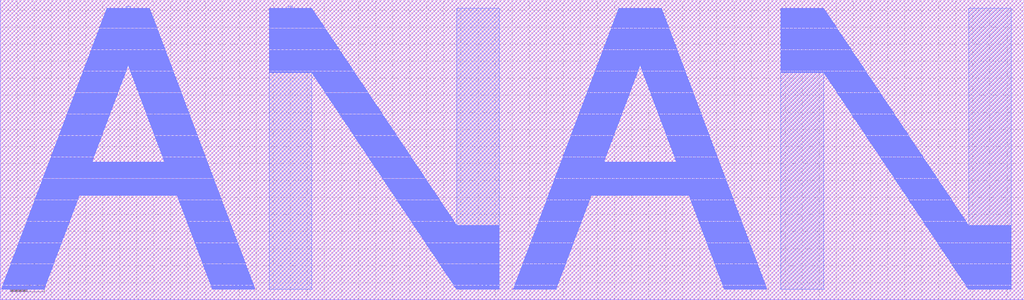
<source format=lef>
VERSION 5.7 ;
  NOWIREEXTENSIONATPIN ON ;
  DIVIDERCHAR "/" ;
  BUSBITCHARS "[]" ;
MACRO anan_logo
  CLASS BLOCK ;
  FOREIGN anan_logo ;
  ORIGIN 0.000 0.000 ;
  SIZE 1200.000 BY 352.200 ;
  PIN vdd
    PORT
      LAYER Metal4 ;
        RECT 147.500 342.500 152.500 344.700 ;
        RECT 125.000 341.900 175.000 342.500 ;
        RECT 124.775 341.300 175.225 341.900 ;
        RECT 124.550 340.700 175.450 341.300 ;
        RECT 124.325 340.100 175.675 340.700 ;
        RECT 124.100 339.500 175.900 340.100 ;
        RECT 123.875 338.900 176.125 339.500 ;
        RECT 123.650 338.300 176.350 338.900 ;
        RECT 123.425 337.700 176.575 338.300 ;
        RECT 123.200 337.100 176.800 337.700 ;
        RECT 122.975 336.500 177.025 337.100 ;
        RECT 122.750 335.900 177.250 336.500 ;
        RECT 122.525 335.300 177.475 335.900 ;
        RECT 122.300 334.700 177.700 335.300 ;
        RECT 122.075 334.100 177.925 334.700 ;
        RECT 121.850 333.500 178.150 334.100 ;
        RECT 121.625 332.900 178.375 333.500 ;
        RECT 121.400 332.300 178.600 332.900 ;
        RECT 121.175 331.700 178.825 332.300 ;
        RECT 120.950 331.100 179.050 331.700 ;
        RECT 120.725 330.500 179.275 331.100 ;
        RECT 120.500 329.900 179.500 330.500 ;
        RECT 120.275 329.300 179.725 329.900 ;
        RECT 120.050 328.700 179.950 329.300 ;
        RECT 119.825 328.100 180.175 328.700 ;
        RECT 119.600 327.500 180.400 328.100 ;
        RECT 119.375 326.900 180.625 327.500 ;
        RECT 119.150 326.300 180.850 326.900 ;
        RECT 118.925 325.700 181.075 326.300 ;
        RECT 118.700 325.100 181.300 325.700 ;
        RECT 118.475 324.500 181.525 325.100 ;
        RECT 118.250 323.900 181.750 324.500 ;
        RECT 118.025 323.300 181.975 323.900 ;
        RECT 117.800 322.700 182.200 323.300 ;
        RECT 117.575 322.100 182.425 322.700 ;
        RECT 117.350 321.500 182.650 322.100 ;
        RECT 117.125 320.900 182.875 321.500 ;
        RECT 116.900 320.300 183.100 320.900 ;
        RECT 116.675 319.700 183.325 320.300 ;
        RECT 116.450 319.100 183.550 319.700 ;
        RECT 116.225 318.500 183.775 319.100 ;
        RECT 116.000 317.900 184.000 318.500 ;
        RECT 115.775 317.300 184.225 317.900 ;
        RECT 115.550 316.700 184.450 317.300 ;
        RECT 115.325 316.100 184.675 316.700 ;
        RECT 115.100 315.500 184.900 316.100 ;
        RECT 114.875 314.900 185.125 315.500 ;
        RECT 114.650 314.300 185.350 314.900 ;
        RECT 114.425 313.700 185.575 314.300 ;
        RECT 114.200 313.100 185.800 313.700 ;
        RECT 113.975 312.500 186.025 313.100 ;
        RECT 113.750 311.900 186.250 312.500 ;
        RECT 113.525 311.300 186.475 311.900 ;
        RECT 113.300 310.700 186.700 311.300 ;
        RECT 113.075 310.100 186.925 310.700 ;
        RECT 112.850 309.500 187.150 310.100 ;
        RECT 112.625 308.900 187.375 309.500 ;
        RECT 112.400 308.300 187.600 308.900 ;
        RECT 112.175 307.700 187.825 308.300 ;
        RECT 111.950 307.100 188.050 307.700 ;
        RECT 111.725 306.500 188.275 307.100 ;
        RECT 111.500 305.900 188.500 306.500 ;
        RECT 111.275 305.300 188.725 305.900 ;
        RECT 111.050 304.700 188.950 305.300 ;
        RECT 110.825 304.100 189.175 304.700 ;
        RECT 110.600 303.500 189.400 304.100 ;
        RECT 110.375 302.900 189.625 303.500 ;
        RECT 110.150 302.300 189.850 302.900 ;
        RECT 109.925 301.700 190.075 302.300 ;
        RECT 109.700 301.100 190.300 301.700 ;
        RECT 109.475 300.500 190.525 301.100 ;
        RECT 109.250 299.900 190.750 300.500 ;
        RECT 109.025 299.300 190.975 299.900 ;
        RECT 108.800 298.700 191.200 299.300 ;
        RECT 108.575 298.100 191.425 298.700 ;
        RECT 108.350 297.500 191.650 298.100 ;
        RECT 108.125 296.900 191.875 297.500 ;
        RECT 107.900 296.300 192.100 296.900 ;
        RECT 107.675 295.700 192.325 296.300 ;
        RECT 107.450 295.100 192.550 295.700 ;
        RECT 107.225 294.500 192.775 295.100 ;
        RECT 107.000 293.900 193.000 294.500 ;
        RECT 106.775 293.300 193.225 293.900 ;
        RECT 106.550 292.700 193.450 293.300 ;
        RECT 106.325 292.100 193.675 292.700 ;
        RECT 106.100 291.500 193.900 292.100 ;
        RECT 105.875 290.900 194.125 291.500 ;
        RECT 105.650 290.300 194.350 290.900 ;
        RECT 105.425 289.700 194.575 290.300 ;
        RECT 105.200 289.100 194.800 289.700 ;
        RECT 104.975 288.500 195.025 289.100 ;
        RECT 104.750 287.900 195.250 288.500 ;
        RECT 104.525 287.300 195.475 287.900 ;
        RECT 104.300 286.700 195.700 287.300 ;
        RECT 104.075 286.100 195.925 286.700 ;
        RECT 103.850 285.500 196.150 286.100 ;
        RECT 103.625 284.900 196.375 285.500 ;
        RECT 103.400 284.300 196.600 284.900 ;
        RECT 103.175 283.700 196.825 284.300 ;
        RECT 102.950 283.100 197.050 283.700 ;
        RECT 102.725 282.500 197.275 283.100 ;
        RECT 102.500 281.900 197.500 282.500 ;
        RECT 102.275 281.300 197.725 281.900 ;
        RECT 102.050 280.700 197.950 281.300 ;
        RECT 101.825 280.100 198.175 280.700 ;
        RECT 101.600 279.500 198.400 280.100 ;
        RECT 101.375 278.900 198.625 279.500 ;
        RECT 101.150 278.300 198.850 278.900 ;
        RECT 100.925 277.700 199.075 278.300 ;
        RECT 100.700 277.100 199.300 277.700 ;
        RECT 100.475 276.500 199.525 277.100 ;
        RECT 100.250 275.900 199.750 276.500 ;
        RECT 100.025 275.300 199.975 275.900 ;
        RECT 99.800 274.700 149.800 275.300 ;
        RECT 150.200 274.700 200.200 275.300 ;
        RECT 99.575 274.100 149.575 274.700 ;
        RECT 150.425 274.100 200.425 274.700 ;
        RECT 99.350 273.500 149.350 274.100 ;
        RECT 150.650 273.500 200.650 274.100 ;
        RECT 99.125 272.900 149.125 273.500 ;
        RECT 150.875 272.900 200.875 273.500 ;
        RECT 98.900 272.300 148.900 272.900 ;
        RECT 151.100 272.300 201.100 272.900 ;
        RECT 98.675 271.700 148.675 272.300 ;
        RECT 151.325 271.700 201.325 272.300 ;
        RECT 98.450 271.100 148.450 271.700 ;
        RECT 151.550 271.100 201.550 271.700 ;
        RECT 98.225 270.500 148.225 271.100 ;
        RECT 151.775 270.500 201.775 271.100 ;
        RECT 98.000 269.900 148.000 270.500 ;
        RECT 152.000 269.900 202.000 270.500 ;
        RECT 97.775 269.300 147.775 269.900 ;
        RECT 152.225 269.300 202.225 269.900 ;
        RECT 97.550 268.700 147.550 269.300 ;
        RECT 152.450 268.700 202.450 269.300 ;
        RECT 97.325 268.100 147.325 268.700 ;
        RECT 152.675 268.100 202.675 268.700 ;
        RECT 97.100 267.500 147.100 268.100 ;
        RECT 152.900 267.500 202.900 268.100 ;
        RECT 96.875 266.900 146.875 267.500 ;
        RECT 153.125 266.900 203.125 267.500 ;
        RECT 96.650 266.300 146.650 266.900 ;
        RECT 153.350 266.300 203.350 266.900 ;
        RECT 96.425 265.700 146.425 266.300 ;
        RECT 153.575 265.700 203.575 266.300 ;
        RECT 96.200 265.100 146.200 265.700 ;
        RECT 153.800 265.100 203.800 265.700 ;
        RECT 95.975 264.500 145.975 265.100 ;
        RECT 154.025 264.500 204.025 265.100 ;
        RECT 95.750 263.900 145.750 264.500 ;
        RECT 154.250 263.900 204.250 264.500 ;
        RECT 95.525 263.300 145.525 263.900 ;
        RECT 154.475 263.300 204.475 263.900 ;
        RECT 95.300 262.700 145.300 263.300 ;
        RECT 154.700 262.700 204.700 263.300 ;
        RECT 95.075 262.100 145.075 262.700 ;
        RECT 154.925 262.100 204.925 262.700 ;
        RECT 94.850 261.500 144.850 262.100 ;
        RECT 155.150 261.500 205.150 262.100 ;
        RECT 94.625 260.900 144.625 261.500 ;
        RECT 155.375 260.900 205.375 261.500 ;
        RECT 94.400 260.300 144.400 260.900 ;
        RECT 155.600 260.300 205.600 260.900 ;
        RECT 94.175 259.700 144.175 260.300 ;
        RECT 155.825 259.700 205.825 260.300 ;
        RECT 93.950 259.100 143.950 259.700 ;
        RECT 156.050 259.100 206.050 259.700 ;
        RECT 93.725 258.500 143.725 259.100 ;
        RECT 156.275 258.500 206.275 259.100 ;
        RECT 93.500 257.900 143.500 258.500 ;
        RECT 156.500 257.900 206.500 258.500 ;
        RECT 93.275 257.300 143.275 257.900 ;
        RECT 156.725 257.300 206.725 257.900 ;
        RECT 93.050 256.700 143.050 257.300 ;
        RECT 156.950 256.700 206.950 257.300 ;
        RECT 92.825 256.100 142.825 256.700 ;
        RECT 157.175 256.100 207.175 256.700 ;
        RECT 92.600 255.500 142.600 256.100 ;
        RECT 157.400 255.500 207.400 256.100 ;
        RECT 92.375 254.900 142.375 255.500 ;
        RECT 157.625 254.900 207.625 255.500 ;
        RECT 92.150 254.300 142.150 254.900 ;
        RECT 157.850 254.300 207.850 254.900 ;
        RECT 91.925 253.700 141.925 254.300 ;
        RECT 158.075 253.700 208.075 254.300 ;
        RECT 91.700 253.100 141.700 253.700 ;
        RECT 158.300 253.100 208.300 253.700 ;
        RECT 91.475 252.500 141.475 253.100 ;
        RECT 158.525 252.500 208.525 253.100 ;
        RECT 91.250 251.900 141.250 252.500 ;
        RECT 158.750 251.900 208.750 252.500 ;
        RECT 91.025 251.300 141.025 251.900 ;
        RECT 158.975 251.300 208.975 251.900 ;
        RECT 90.800 250.700 140.800 251.300 ;
        RECT 159.200 250.700 209.200 251.300 ;
        RECT 90.575 250.100 140.575 250.700 ;
        RECT 159.425 250.100 209.425 250.700 ;
        RECT 90.350 249.500 140.350 250.100 ;
        RECT 159.650 249.500 209.650 250.100 ;
        RECT 90.125 248.900 140.125 249.500 ;
        RECT 159.875 248.900 209.875 249.500 ;
        RECT 89.900 248.300 139.900 248.900 ;
        RECT 160.100 248.300 210.100 248.900 ;
        RECT 89.675 247.700 139.675 248.300 ;
        RECT 160.325 247.700 210.325 248.300 ;
        RECT 89.450 247.100 139.450 247.700 ;
        RECT 160.550 247.100 210.550 247.700 ;
        RECT 89.225 246.500 139.225 247.100 ;
        RECT 160.775 246.500 210.775 247.100 ;
        RECT 89.000 245.900 139.000 246.500 ;
        RECT 161.000 245.900 211.000 246.500 ;
        RECT 88.775 245.300 138.775 245.900 ;
        RECT 161.225 245.300 211.225 245.900 ;
        RECT 88.550 244.700 138.550 245.300 ;
        RECT 161.450 244.700 211.450 245.300 ;
        RECT 88.325 244.100 138.325 244.700 ;
        RECT 161.675 244.100 211.675 244.700 ;
        RECT 88.100 243.500 138.100 244.100 ;
        RECT 161.900 243.500 211.900 244.100 ;
        RECT 87.875 242.900 137.875 243.500 ;
        RECT 162.125 242.900 212.125 243.500 ;
        RECT 87.650 242.300 137.650 242.900 ;
        RECT 162.350 242.300 212.350 242.900 ;
        RECT 87.425 241.700 137.425 242.300 ;
        RECT 162.575 241.700 212.575 242.300 ;
        RECT 87.200 241.100 137.200 241.700 ;
        RECT 162.800 241.100 212.800 241.700 ;
        RECT 86.975 240.500 136.975 241.100 ;
        RECT 163.025 240.500 213.025 241.100 ;
        RECT 86.750 239.900 136.750 240.500 ;
        RECT 163.250 239.900 213.250 240.500 ;
        RECT 86.525 239.300 136.525 239.900 ;
        RECT 163.475 239.300 213.475 239.900 ;
        RECT 86.300 238.700 136.300 239.300 ;
        RECT 163.700 238.700 213.700 239.300 ;
        RECT 86.075 238.100 136.075 238.700 ;
        RECT 163.925 238.100 213.925 238.700 ;
        RECT 85.850 237.500 135.850 238.100 ;
        RECT 164.150 237.500 214.150 238.100 ;
        RECT 85.625 236.900 135.625 237.500 ;
        RECT 164.375 236.900 214.375 237.500 ;
        RECT 85.400 236.300 135.400 236.900 ;
        RECT 164.600 236.300 214.600 236.900 ;
        RECT 85.175 235.700 135.175 236.300 ;
        RECT 164.825 235.700 214.825 236.300 ;
        RECT 84.950 235.100 134.950 235.700 ;
        RECT 165.050 235.100 215.050 235.700 ;
        RECT 84.725 234.500 134.725 235.100 ;
        RECT 165.275 234.500 215.275 235.100 ;
        RECT 84.500 233.900 134.500 234.500 ;
        RECT 165.500 233.900 215.500 234.500 ;
        RECT 84.275 233.300 134.275 233.900 ;
        RECT 165.725 233.300 215.725 233.900 ;
        RECT 84.050 232.700 134.050 233.300 ;
        RECT 165.950 232.700 215.950 233.300 ;
        RECT 83.825 232.100 133.825 232.700 ;
        RECT 166.175 232.100 216.175 232.700 ;
        RECT 83.600 231.500 133.600 232.100 ;
        RECT 166.400 231.500 216.400 232.100 ;
        RECT 83.375 230.900 133.375 231.500 ;
        RECT 166.625 230.900 216.625 231.500 ;
        RECT 83.150 230.300 133.150 230.900 ;
        RECT 166.850 230.300 216.850 230.900 ;
        RECT 82.925 229.700 132.925 230.300 ;
        RECT 167.075 229.700 217.075 230.300 ;
        RECT 82.700 229.100 132.700 229.700 ;
        RECT 167.300 229.100 217.300 229.700 ;
        RECT 82.475 228.500 132.475 229.100 ;
        RECT 167.525 228.500 217.525 229.100 ;
        RECT 82.250 227.900 132.250 228.500 ;
        RECT 167.750 227.900 217.750 228.500 ;
        RECT 82.025 227.300 132.025 227.900 ;
        RECT 167.975 227.300 217.975 227.900 ;
        RECT 81.800 226.700 131.800 227.300 ;
        RECT 168.200 226.700 218.200 227.300 ;
        RECT 81.575 226.100 131.575 226.700 ;
        RECT 168.425 226.100 218.425 226.700 ;
        RECT 81.350 225.500 131.350 226.100 ;
        RECT 168.650 225.500 218.650 226.100 ;
        RECT 81.125 224.900 131.125 225.500 ;
        RECT 168.875 224.900 218.875 225.500 ;
        RECT 80.900 224.300 130.900 224.900 ;
        RECT 169.100 224.300 219.100 224.900 ;
        RECT 80.675 223.700 130.675 224.300 ;
        RECT 169.325 223.700 219.325 224.300 ;
        RECT 80.450 223.100 130.450 223.700 ;
        RECT 169.550 223.100 219.550 223.700 ;
        RECT 80.225 222.500 130.225 223.100 ;
        RECT 169.775 222.500 219.775 223.100 ;
        RECT 80.000 221.900 130.000 222.500 ;
        RECT 170.000 221.900 220.000 222.500 ;
        RECT 79.775 221.300 129.775 221.900 ;
        RECT 170.225 221.300 220.225 221.900 ;
        RECT 79.550 220.700 129.550 221.300 ;
        RECT 170.450 220.700 220.450 221.300 ;
        RECT 79.325 220.100 129.325 220.700 ;
        RECT 170.675 220.100 220.675 220.700 ;
        RECT 79.100 219.500 129.100 220.100 ;
        RECT 170.900 219.500 220.900 220.100 ;
        RECT 78.875 218.900 128.875 219.500 ;
        RECT 171.125 218.900 221.125 219.500 ;
        RECT 78.650 218.300 128.650 218.900 ;
        RECT 171.350 218.300 221.350 218.900 ;
        RECT 78.425 217.700 128.425 218.300 ;
        RECT 171.575 217.700 221.575 218.300 ;
        RECT 78.200 217.100 128.200 217.700 ;
        RECT 171.800 217.100 221.800 217.700 ;
        RECT 77.975 216.500 127.975 217.100 ;
        RECT 172.025 216.500 222.025 217.100 ;
        RECT 77.750 215.900 127.750 216.500 ;
        RECT 172.250 215.900 222.250 216.500 ;
        RECT 77.525 215.300 127.525 215.900 ;
        RECT 172.475 215.300 222.475 215.900 ;
        RECT 77.300 214.700 127.300 215.300 ;
        RECT 172.700 214.700 222.700 215.300 ;
        RECT 77.075 214.100 127.075 214.700 ;
        RECT 172.925 214.100 222.925 214.700 ;
        RECT 76.850 213.500 126.850 214.100 ;
        RECT 173.150 213.500 223.150 214.100 ;
        RECT 76.625 212.900 126.625 213.500 ;
        RECT 173.375 212.900 223.375 213.500 ;
        RECT 76.400 212.300 126.400 212.900 ;
        RECT 173.600 212.300 223.600 212.900 ;
        RECT 76.175 211.700 126.175 212.300 ;
        RECT 173.825 211.700 223.825 212.300 ;
        RECT 75.950 211.100 125.950 211.700 ;
        RECT 174.050 211.100 224.050 211.700 ;
        RECT 75.725 210.500 125.725 211.100 ;
        RECT 174.275 210.500 224.275 211.100 ;
        RECT 75.500 209.900 125.500 210.500 ;
        RECT 174.500 209.900 224.500 210.500 ;
        RECT 75.275 209.300 125.275 209.900 ;
        RECT 174.725 209.300 224.725 209.900 ;
        RECT 75.050 208.700 125.050 209.300 ;
        RECT 174.950 208.700 224.950 209.300 ;
        RECT 74.825 208.100 124.825 208.700 ;
        RECT 175.175 208.100 225.175 208.700 ;
        RECT 74.600 207.500 124.600 208.100 ;
        RECT 175.400 207.500 225.400 208.100 ;
        RECT 74.375 206.900 124.375 207.500 ;
        RECT 175.625 206.900 225.625 207.500 ;
        RECT 74.150 206.300 124.150 206.900 ;
        RECT 175.850 206.300 225.850 206.900 ;
        RECT 73.925 205.700 123.925 206.300 ;
        RECT 176.075 205.700 226.075 206.300 ;
        RECT 73.700 205.100 123.700 205.700 ;
        RECT 176.300 205.100 226.300 205.700 ;
        RECT 73.475 204.500 123.475 205.100 ;
        RECT 176.525 204.500 226.525 205.100 ;
        RECT 73.250 203.900 123.250 204.500 ;
        RECT 176.750 203.900 226.750 204.500 ;
        RECT 73.025 203.300 123.025 203.900 ;
        RECT 176.975 203.300 226.975 203.900 ;
        RECT 72.800 202.700 122.800 203.300 ;
        RECT 177.200 202.700 227.200 203.300 ;
        RECT 72.575 202.100 122.575 202.700 ;
        RECT 177.425 202.100 227.425 202.700 ;
        RECT 72.350 201.500 122.350 202.100 ;
        RECT 177.650 201.500 227.650 202.100 ;
        RECT 72.125 200.900 122.125 201.500 ;
        RECT 177.875 200.900 227.875 201.500 ;
        RECT 71.900 200.300 121.900 200.900 ;
        RECT 178.100 200.300 228.100 200.900 ;
        RECT 71.675 199.700 121.675 200.300 ;
        RECT 178.325 199.700 228.325 200.300 ;
        RECT 71.450 199.100 121.450 199.700 ;
        RECT 178.550 199.100 228.550 199.700 ;
        RECT 71.225 198.500 121.225 199.100 ;
        RECT 178.775 198.500 228.775 199.100 ;
        RECT 71.000 197.900 121.000 198.500 ;
        RECT 179.000 197.900 229.000 198.500 ;
        RECT 70.775 197.300 120.775 197.900 ;
        RECT 179.225 197.300 229.225 197.900 ;
        RECT 70.550 196.700 120.550 197.300 ;
        RECT 179.450 196.700 229.450 197.300 ;
        RECT 70.325 196.100 120.325 196.700 ;
        RECT 179.675 196.100 229.675 196.700 ;
        RECT 70.100 195.500 120.100 196.100 ;
        RECT 179.900 195.500 229.900 196.100 ;
        RECT 69.875 194.900 119.875 195.500 ;
        RECT 180.125 194.900 230.125 195.500 ;
        RECT 69.650 194.300 119.650 194.900 ;
        RECT 180.350 194.300 230.350 194.900 ;
        RECT 69.425 193.700 119.425 194.300 ;
        RECT 180.575 193.700 230.575 194.300 ;
        RECT 69.200 193.100 119.200 193.700 ;
        RECT 180.800 193.100 230.800 193.700 ;
        RECT 68.975 192.500 118.975 193.100 ;
        RECT 181.025 192.500 231.025 193.100 ;
        RECT 68.750 191.900 118.750 192.500 ;
        RECT 181.250 191.900 231.250 192.500 ;
        RECT 68.525 191.300 118.525 191.900 ;
        RECT 181.475 191.300 231.475 191.900 ;
        RECT 68.300 190.700 118.300 191.300 ;
        RECT 181.700 190.700 231.700 191.300 ;
        RECT 68.075 190.100 118.075 190.700 ;
        RECT 181.925 190.100 231.925 190.700 ;
        RECT 67.850 189.500 117.850 190.100 ;
        RECT 182.150 189.500 232.150 190.100 ;
        RECT 67.625 188.900 117.625 189.500 ;
        RECT 182.375 188.900 232.375 189.500 ;
        RECT 67.400 188.300 117.400 188.900 ;
        RECT 182.600 188.300 232.600 188.900 ;
        RECT 67.175 187.700 117.175 188.300 ;
        RECT 182.825 187.700 232.825 188.300 ;
        RECT 66.950 187.100 116.950 187.700 ;
        RECT 183.050 187.100 233.050 187.700 ;
        RECT 66.725 186.500 116.725 187.100 ;
        RECT 183.275 186.500 233.275 187.100 ;
        RECT 66.500 185.900 116.500 186.500 ;
        RECT 183.500 185.900 233.500 186.500 ;
        RECT 66.275 185.300 116.275 185.900 ;
        RECT 183.725 185.300 233.725 185.900 ;
        RECT 66.050 184.700 116.050 185.300 ;
        RECT 183.950 184.700 233.950 185.300 ;
        RECT 65.825 184.100 115.825 184.700 ;
        RECT 184.175 184.100 234.175 184.700 ;
        RECT 65.600 183.500 115.600 184.100 ;
        RECT 184.400 183.500 234.400 184.100 ;
        RECT 65.375 182.900 115.375 183.500 ;
        RECT 184.625 182.900 234.625 183.500 ;
        RECT 65.150 182.300 115.150 182.900 ;
        RECT 184.850 182.300 234.850 182.900 ;
        RECT 64.925 181.700 114.925 182.300 ;
        RECT 185.075 181.700 235.075 182.300 ;
        RECT 64.700 181.100 114.700 181.700 ;
        RECT 185.300 181.100 235.300 181.700 ;
        RECT 64.475 180.500 114.475 181.100 ;
        RECT 185.525 180.500 235.525 181.100 ;
        RECT 64.250 179.900 114.250 180.500 ;
        RECT 185.750 179.900 235.750 180.500 ;
        RECT 64.025 179.300 114.025 179.900 ;
        RECT 185.975 179.300 235.975 179.900 ;
        RECT 63.800 178.700 113.800 179.300 ;
        RECT 186.200 178.700 236.200 179.300 ;
        RECT 63.575 178.100 113.575 178.700 ;
        RECT 186.425 178.100 236.425 178.700 ;
        RECT 63.350 177.500 113.350 178.100 ;
        RECT 186.650 177.500 236.650 178.100 ;
        RECT 63.125 176.900 113.125 177.500 ;
        RECT 186.875 176.900 236.875 177.500 ;
        RECT 62.900 176.300 112.900 176.900 ;
        RECT 187.100 176.300 237.100 176.900 ;
        RECT 62.675 175.700 112.675 176.300 ;
        RECT 187.325 175.700 237.325 176.300 ;
        RECT 62.450 175.100 112.450 175.700 ;
        RECT 187.550 175.100 237.550 175.700 ;
        RECT 62.225 174.500 112.225 175.100 ;
        RECT 187.775 174.500 237.775 175.100 ;
        RECT 62.000 173.900 112.000 174.500 ;
        RECT 188.000 173.900 238.000 174.500 ;
        RECT 61.775 173.300 111.775 173.900 ;
        RECT 188.225 173.300 238.225 173.900 ;
        RECT 61.550 172.700 111.550 173.300 ;
        RECT 188.450 172.700 238.450 173.300 ;
        RECT 61.325 172.100 111.325 172.700 ;
        RECT 188.675 172.100 238.675 172.700 ;
        RECT 61.100 171.500 111.100 172.100 ;
        RECT 188.900 171.500 238.900 172.100 ;
        RECT 60.875 170.900 110.875 171.500 ;
        RECT 189.125 170.900 239.125 171.500 ;
        RECT 60.650 170.300 110.650 170.900 ;
        RECT 189.350 170.300 239.350 170.900 ;
        RECT 60.425 169.700 110.425 170.300 ;
        RECT 189.575 169.700 239.575 170.300 ;
        RECT 60.200 169.100 110.200 169.700 ;
        RECT 189.800 169.100 239.800 169.700 ;
        RECT 59.975 168.500 109.975 169.100 ;
        RECT 190.025 168.500 240.025 169.100 ;
        RECT 59.750 167.900 109.750 168.500 ;
        RECT 190.250 167.900 240.250 168.500 ;
        RECT 59.525 167.300 109.525 167.900 ;
        RECT 190.475 167.300 240.475 167.900 ;
        RECT 59.300 166.700 109.300 167.300 ;
        RECT 190.700 166.700 240.700 167.300 ;
        RECT 59.075 166.100 109.075 166.700 ;
        RECT 190.925 166.100 240.925 166.700 ;
        RECT 58.850 165.500 108.850 166.100 ;
        RECT 191.150 165.500 241.150 166.100 ;
        RECT 58.625 164.900 108.625 165.500 ;
        RECT 191.375 164.900 241.375 165.500 ;
        RECT 58.400 164.300 108.400 164.900 ;
        RECT 191.600 164.300 241.600 164.900 ;
        RECT 58.175 163.700 108.175 164.300 ;
        RECT 191.825 163.700 241.825 164.300 ;
        RECT 57.950 163.100 107.950 163.700 ;
        RECT 192.050 163.100 242.050 163.700 ;
        RECT 57.725 162.500 107.725 163.100 ;
        RECT 192.275 162.500 242.275 163.100 ;
        RECT 57.500 161.900 107.500 162.500 ;
        RECT 192.500 161.900 242.500 162.500 ;
        RECT 57.275 161.300 242.725 161.900 ;
        RECT 57.050 160.700 242.950 161.300 ;
        RECT 56.825 160.100 243.175 160.700 ;
        RECT 56.600 159.500 243.400 160.100 ;
        RECT 56.375 158.900 243.625 159.500 ;
        RECT 56.150 158.300 243.850 158.900 ;
        RECT 55.925 157.700 244.075 158.300 ;
        RECT 55.700 157.100 244.300 157.700 ;
        RECT 55.475 156.500 244.525 157.100 ;
        RECT 55.250 155.900 244.750 156.500 ;
        RECT 55.025 155.300 244.975 155.900 ;
        RECT 54.800 154.700 245.200 155.300 ;
        RECT 54.575 154.100 245.425 154.700 ;
        RECT 54.350 153.500 245.650 154.100 ;
        RECT 54.125 152.900 245.875 153.500 ;
        RECT 53.900 152.300 246.100 152.900 ;
        RECT 53.675 151.700 246.325 152.300 ;
        RECT 53.450 151.100 246.550 151.700 ;
        RECT 53.225 150.500 246.775 151.100 ;
        RECT 53.000 149.900 247.000 150.500 ;
        RECT 52.775 149.300 247.225 149.900 ;
        RECT 52.550 148.700 247.450 149.300 ;
        RECT 52.325 148.100 247.675 148.700 ;
        RECT 52.100 147.500 247.900 148.100 ;
        RECT 51.875 146.900 248.125 147.500 ;
        RECT 51.650 146.300 248.350 146.900 ;
        RECT 51.425 145.700 248.575 146.300 ;
        RECT 51.200 145.100 248.800 145.700 ;
        RECT 50.975 144.500 249.025 145.100 ;
        RECT 50.750 143.900 249.250 144.500 ;
        RECT 50.525 143.300 249.475 143.900 ;
        RECT 50.300 142.700 249.700 143.300 ;
        RECT 50.075 142.100 249.925 142.700 ;
        RECT 49.850 141.500 250.150 142.100 ;
        RECT 49.625 140.900 250.375 141.500 ;
        RECT 49.400 140.300 250.600 140.900 ;
        RECT 49.175 139.700 250.825 140.300 ;
        RECT 48.950 139.100 251.050 139.700 ;
        RECT 48.725 138.500 251.275 139.100 ;
        RECT 48.500 137.900 251.500 138.500 ;
        RECT 48.275 137.300 251.725 137.900 ;
        RECT 48.050 136.700 251.950 137.300 ;
        RECT 47.825 136.100 252.175 136.700 ;
        RECT 47.600 135.500 252.400 136.100 ;
        RECT 47.375 134.900 252.625 135.500 ;
        RECT 47.150 134.300 252.850 134.900 ;
        RECT 46.925 133.700 253.075 134.300 ;
        RECT 46.700 133.100 253.300 133.700 ;
        RECT 46.475 132.500 253.525 133.100 ;
        RECT 46.250 131.900 253.750 132.500 ;
        RECT 46.025 131.300 253.975 131.900 ;
        RECT 45.800 130.700 254.200 131.300 ;
        RECT 45.575 130.100 254.425 130.700 ;
        RECT 45.350 129.500 254.650 130.100 ;
        RECT 45.125 128.900 254.875 129.500 ;
        RECT 44.900 128.300 255.100 128.900 ;
        RECT 44.675 127.700 255.325 128.300 ;
        RECT 44.450 127.100 255.550 127.700 ;
        RECT 44.225 126.500 255.775 127.100 ;
        RECT 44.000 125.900 256.000 126.500 ;
        RECT 43.775 125.300 256.225 125.900 ;
        RECT 43.550 124.700 256.450 125.300 ;
        RECT 43.325 124.100 256.675 124.700 ;
        RECT 43.100 123.500 256.900 124.100 ;
        RECT 42.875 122.900 257.125 123.500 ;
        RECT 42.650 122.300 257.350 122.900 ;
        RECT 42.425 121.700 92.425 122.300 ;
        RECT 207.575 121.700 257.575 122.300 ;
        RECT 42.200 121.100 92.200 121.700 ;
        RECT 207.800 121.100 257.800 121.700 ;
        RECT 41.975 120.500 91.975 121.100 ;
        RECT 208.025 120.500 258.025 121.100 ;
        RECT 41.750 119.900 91.750 120.500 ;
        RECT 208.250 119.900 258.250 120.500 ;
        RECT 41.525 119.300 91.525 119.900 ;
        RECT 208.475 119.300 258.475 119.900 ;
        RECT 41.300 118.700 91.300 119.300 ;
        RECT 208.700 118.700 258.700 119.300 ;
        RECT 41.075 118.100 91.075 118.700 ;
        RECT 208.925 118.100 258.925 118.700 ;
        RECT 40.850 117.500 90.850 118.100 ;
        RECT 209.150 117.500 259.150 118.100 ;
        RECT 40.625 116.900 90.625 117.500 ;
        RECT 209.375 116.900 259.375 117.500 ;
        RECT 40.400 116.300 90.400 116.900 ;
        RECT 209.600 116.300 259.600 116.900 ;
        RECT 40.175 115.700 90.175 116.300 ;
        RECT 209.825 115.700 259.825 116.300 ;
        RECT 39.950 115.100 89.950 115.700 ;
        RECT 210.050 115.100 260.050 115.700 ;
        RECT 39.725 114.500 89.725 115.100 ;
        RECT 210.275 114.500 260.275 115.100 ;
        RECT 39.500 113.900 89.500 114.500 ;
        RECT 210.500 113.900 260.500 114.500 ;
        RECT 39.275 113.300 89.275 113.900 ;
        RECT 210.725 113.300 260.725 113.900 ;
        RECT 39.050 112.700 89.050 113.300 ;
        RECT 210.950 112.700 260.950 113.300 ;
        RECT 38.825 112.100 88.825 112.700 ;
        RECT 211.175 112.100 261.175 112.700 ;
        RECT 38.600 111.500 88.600 112.100 ;
        RECT 211.400 111.500 261.400 112.100 ;
        RECT 38.375 110.900 88.375 111.500 ;
        RECT 211.625 110.900 261.625 111.500 ;
        RECT 38.150 110.300 88.150 110.900 ;
        RECT 211.850 110.300 261.850 110.900 ;
        RECT 37.925 109.700 87.925 110.300 ;
        RECT 212.075 109.700 262.075 110.300 ;
        RECT 37.700 109.100 87.700 109.700 ;
        RECT 212.300 109.100 262.300 109.700 ;
        RECT 37.475 108.500 87.475 109.100 ;
        RECT 212.525 108.500 262.525 109.100 ;
        RECT 37.250 107.900 87.250 108.500 ;
        RECT 212.750 107.900 262.750 108.500 ;
        RECT 37.025 107.300 87.025 107.900 ;
        RECT 212.975 107.300 262.975 107.900 ;
        RECT 36.800 106.700 86.800 107.300 ;
        RECT 213.200 106.700 263.200 107.300 ;
        RECT 36.575 106.100 86.575 106.700 ;
        RECT 213.425 106.100 263.425 106.700 ;
        RECT 36.350 105.500 86.350 106.100 ;
        RECT 213.650 105.500 263.650 106.100 ;
        RECT 36.125 104.900 86.125 105.500 ;
        RECT 213.875 104.900 263.875 105.500 ;
        RECT 35.900 104.300 85.900 104.900 ;
        RECT 214.100 104.300 264.100 104.900 ;
        RECT 35.675 103.700 85.675 104.300 ;
        RECT 214.325 103.700 264.325 104.300 ;
        RECT 35.450 103.100 85.450 103.700 ;
        RECT 214.550 103.100 264.550 103.700 ;
        RECT 35.225 102.500 85.225 103.100 ;
        RECT 214.775 102.500 264.775 103.100 ;
        RECT 35.000 101.900 85.000 102.500 ;
        RECT 215.000 101.900 265.000 102.500 ;
        RECT 34.775 101.300 84.775 101.900 ;
        RECT 215.225 101.300 265.225 101.900 ;
        RECT 34.550 100.700 84.550 101.300 ;
        RECT 215.450 100.700 265.450 101.300 ;
        RECT 34.325 100.100 84.325 100.700 ;
        RECT 215.675 100.100 265.675 100.700 ;
        RECT 34.100 99.500 84.100 100.100 ;
        RECT 215.900 99.500 265.900 100.100 ;
        RECT 33.875 98.900 83.875 99.500 ;
        RECT 216.125 98.900 266.125 99.500 ;
        RECT 33.650 98.300 83.650 98.900 ;
        RECT 216.350 98.300 266.350 98.900 ;
        RECT 33.425 97.700 83.425 98.300 ;
        RECT 216.575 97.700 266.575 98.300 ;
        RECT 33.200 97.100 83.200 97.700 ;
        RECT 216.800 97.100 266.800 97.700 ;
        RECT 32.975 96.500 82.975 97.100 ;
        RECT 217.025 96.500 267.025 97.100 ;
        RECT 32.750 95.900 82.750 96.500 ;
        RECT 217.250 95.900 267.250 96.500 ;
        RECT 32.525 95.300 82.525 95.900 ;
        RECT 217.475 95.300 267.475 95.900 ;
        RECT 32.300 94.700 82.300 95.300 ;
        RECT 217.700 94.700 267.700 95.300 ;
        RECT 32.075 94.100 82.075 94.700 ;
        RECT 217.925 94.100 267.925 94.700 ;
        RECT 31.850 93.500 81.850 94.100 ;
        RECT 218.150 93.500 268.150 94.100 ;
        RECT 31.625 92.900 81.625 93.500 ;
        RECT 218.375 92.900 268.375 93.500 ;
        RECT 31.400 92.300 81.400 92.900 ;
        RECT 218.600 92.300 268.600 92.900 ;
        RECT 31.175 91.700 81.175 92.300 ;
        RECT 218.825 91.700 268.825 92.300 ;
        RECT 30.950 91.100 80.950 91.700 ;
        RECT 219.050 91.100 269.050 91.700 ;
        RECT 30.725 90.500 80.725 91.100 ;
        RECT 219.275 90.500 269.275 91.100 ;
        RECT 30.500 89.900 80.500 90.500 ;
        RECT 219.500 89.900 269.500 90.500 ;
        RECT 30.275 89.300 80.275 89.900 ;
        RECT 219.725 89.300 269.725 89.900 ;
        RECT 30.050 88.700 80.050 89.300 ;
        RECT 219.950 88.700 269.950 89.300 ;
        RECT 29.825 88.100 79.825 88.700 ;
        RECT 220.175 88.100 270.175 88.700 ;
        RECT 29.600 87.500 79.600 88.100 ;
        RECT 220.400 87.500 270.400 88.100 ;
        RECT 29.375 86.900 79.375 87.500 ;
        RECT 220.625 86.900 270.625 87.500 ;
        RECT 29.150 86.300 79.150 86.900 ;
        RECT 220.850 86.300 270.850 86.900 ;
        RECT 28.925 85.700 78.925 86.300 ;
        RECT 221.075 85.700 271.075 86.300 ;
        RECT 28.700 85.100 78.700 85.700 ;
        RECT 221.300 85.100 271.300 85.700 ;
        RECT 28.475 84.500 78.475 85.100 ;
        RECT 221.525 84.500 271.525 85.100 ;
        RECT 28.250 83.900 78.250 84.500 ;
        RECT 221.750 83.900 271.750 84.500 ;
        RECT 28.025 83.300 78.025 83.900 ;
        RECT 221.975 83.300 271.975 83.900 ;
        RECT 27.800 82.700 77.800 83.300 ;
        RECT 222.200 82.700 272.200 83.300 ;
        RECT 27.575 82.100 77.575 82.700 ;
        RECT 222.425 82.100 272.425 82.700 ;
        RECT 27.350 81.500 77.350 82.100 ;
        RECT 222.650 81.500 272.650 82.100 ;
        RECT 27.125 80.900 77.125 81.500 ;
        RECT 222.875 80.900 272.875 81.500 ;
        RECT 26.900 80.300 76.900 80.900 ;
        RECT 223.100 80.300 273.100 80.900 ;
        RECT 26.675 79.700 76.675 80.300 ;
        RECT 223.325 79.700 273.325 80.300 ;
        RECT 26.450 79.100 76.450 79.700 ;
        RECT 223.550 79.100 273.550 79.700 ;
        RECT 26.225 78.500 76.225 79.100 ;
        RECT 223.775 78.500 273.775 79.100 ;
        RECT 26.000 77.900 76.000 78.500 ;
        RECT 224.000 77.900 274.000 78.500 ;
        RECT 25.775 77.300 75.775 77.900 ;
        RECT 224.225 77.300 274.225 77.900 ;
        RECT 25.550 76.700 75.550 77.300 ;
        RECT 224.450 76.700 274.450 77.300 ;
        RECT 25.325 76.100 75.325 76.700 ;
        RECT 224.675 76.100 274.675 76.700 ;
        RECT 25.100 75.500 75.100 76.100 ;
        RECT 224.900 75.500 274.900 76.100 ;
        RECT 24.875 74.900 74.875 75.500 ;
        RECT 225.125 74.900 275.125 75.500 ;
        RECT 24.650 74.300 74.650 74.900 ;
        RECT 225.350 74.300 275.350 74.900 ;
        RECT 24.425 73.700 74.425 74.300 ;
        RECT 225.575 73.700 275.575 74.300 ;
        RECT 24.200 73.100 74.200 73.700 ;
        RECT 225.800 73.100 275.800 73.700 ;
        RECT 23.975 72.500 73.975 73.100 ;
        RECT 226.025 72.500 276.025 73.100 ;
        RECT 23.750 71.900 73.750 72.500 ;
        RECT 226.250 71.900 276.250 72.500 ;
        RECT 23.525 71.300 73.525 71.900 ;
        RECT 226.475 71.300 276.475 71.900 ;
        RECT 23.300 70.700 73.300 71.300 ;
        RECT 226.700 70.700 276.700 71.300 ;
        RECT 23.075 70.100 73.075 70.700 ;
        RECT 226.925 70.100 276.925 70.700 ;
        RECT 22.850 69.500 72.850 70.100 ;
        RECT 227.150 69.500 277.150 70.100 ;
        RECT 22.625 68.900 72.625 69.500 ;
        RECT 227.375 68.900 277.375 69.500 ;
        RECT 22.400 68.300 72.400 68.900 ;
        RECT 227.600 68.300 277.600 68.900 ;
        RECT 22.175 67.700 72.175 68.300 ;
        RECT 227.825 67.700 277.825 68.300 ;
        RECT 21.950 67.100 71.950 67.700 ;
        RECT 228.050 67.100 278.050 67.700 ;
        RECT 21.725 66.500 71.725 67.100 ;
        RECT 228.275 66.500 278.275 67.100 ;
        RECT 21.500 65.900 71.500 66.500 ;
        RECT 228.500 65.900 278.500 66.500 ;
        RECT 21.275 65.300 71.275 65.900 ;
        RECT 228.725 65.300 278.725 65.900 ;
        RECT 21.050 64.700 71.050 65.300 ;
        RECT 228.950 64.700 278.950 65.300 ;
        RECT 20.825 64.100 70.825 64.700 ;
        RECT 229.175 64.100 279.175 64.700 ;
        RECT 20.600 63.500 70.600 64.100 ;
        RECT 229.400 63.500 279.400 64.100 ;
        RECT 20.375 62.900 70.375 63.500 ;
        RECT 229.625 62.900 279.625 63.500 ;
        RECT 20.150 62.300 70.150 62.900 ;
        RECT 229.850 62.300 279.850 62.900 ;
        RECT 19.925 61.700 69.925 62.300 ;
        RECT 230.075 61.700 280.075 62.300 ;
        RECT 19.700 61.100 69.700 61.700 ;
        RECT 230.300 61.100 280.300 61.700 ;
        RECT 19.475 60.500 69.475 61.100 ;
        RECT 230.525 60.500 280.525 61.100 ;
        RECT 19.250 59.900 69.250 60.500 ;
        RECT 230.750 59.900 280.750 60.500 ;
        RECT 19.025 59.300 69.025 59.900 ;
        RECT 230.975 59.300 280.975 59.900 ;
        RECT 18.800 58.700 68.800 59.300 ;
        RECT 231.200 58.700 281.200 59.300 ;
        RECT 18.575 58.100 68.575 58.700 ;
        RECT 231.425 58.100 281.425 58.700 ;
        RECT 18.350 57.500 68.350 58.100 ;
        RECT 231.650 57.500 281.650 58.100 ;
        RECT 18.125 56.900 68.125 57.500 ;
        RECT 231.875 56.900 281.875 57.500 ;
        RECT 17.900 56.300 67.900 56.900 ;
        RECT 232.100 56.300 282.100 56.900 ;
        RECT 17.675 55.700 67.675 56.300 ;
        RECT 232.325 55.700 282.325 56.300 ;
        RECT 17.450 55.100 67.450 55.700 ;
        RECT 232.550 55.100 282.550 55.700 ;
        RECT 17.225 54.500 67.225 55.100 ;
        RECT 232.775 54.500 282.775 55.100 ;
        RECT 17.000 53.900 67.000 54.500 ;
        RECT 233.000 53.900 283.000 54.500 ;
        RECT 16.775 53.300 66.775 53.900 ;
        RECT 233.225 53.300 283.225 53.900 ;
        RECT 16.550 52.700 66.550 53.300 ;
        RECT 233.450 52.700 283.450 53.300 ;
        RECT 16.325 52.100 66.325 52.700 ;
        RECT 233.675 52.100 283.675 52.700 ;
        RECT 16.100 51.500 66.100 52.100 ;
        RECT 233.900 51.500 283.900 52.100 ;
        RECT 15.875 50.900 65.875 51.500 ;
        RECT 234.125 50.900 284.125 51.500 ;
        RECT 15.650 50.300 65.650 50.900 ;
        RECT 234.350 50.300 284.350 50.900 ;
        RECT 15.425 49.700 65.425 50.300 ;
        RECT 234.575 49.700 284.575 50.300 ;
        RECT 15.200 49.100 65.200 49.700 ;
        RECT 234.800 49.100 284.800 49.700 ;
        RECT 14.975 48.500 64.975 49.100 ;
        RECT 235.025 48.500 285.025 49.100 ;
        RECT 14.750 47.900 64.750 48.500 ;
        RECT 235.250 47.900 285.250 48.500 ;
        RECT 14.525 47.300 64.525 47.900 ;
        RECT 235.475 47.300 285.475 47.900 ;
        RECT 14.300 46.700 64.300 47.300 ;
        RECT 235.700 46.700 285.700 47.300 ;
        RECT 14.075 46.100 64.075 46.700 ;
        RECT 235.925 46.100 285.925 46.700 ;
        RECT 13.850 45.500 63.850 46.100 ;
        RECT 236.150 45.500 286.150 46.100 ;
        RECT 13.625 44.900 63.625 45.500 ;
        RECT 236.375 44.900 286.375 45.500 ;
        RECT 13.400 44.300 63.400 44.900 ;
        RECT 236.600 44.300 286.600 44.900 ;
        RECT 13.175 43.700 63.175 44.300 ;
        RECT 236.825 43.700 286.825 44.300 ;
        RECT 12.950 43.100 62.950 43.700 ;
        RECT 237.050 43.100 287.050 43.700 ;
        RECT 12.725 42.500 62.725 43.100 ;
        RECT 237.275 42.500 287.275 43.100 ;
        RECT 12.500 41.900 62.500 42.500 ;
        RECT 237.500 41.900 287.500 42.500 ;
        RECT 12.275 41.300 62.275 41.900 ;
        RECT 237.725 41.300 287.725 41.900 ;
        RECT 12.050 40.700 62.050 41.300 ;
        RECT 237.950 40.700 287.950 41.300 ;
        RECT 11.825 40.100 61.825 40.700 ;
        RECT 238.175 40.100 288.175 40.700 ;
        RECT 11.600 39.500 61.600 40.100 ;
        RECT 238.400 39.500 288.400 40.100 ;
        RECT 11.375 38.900 61.375 39.500 ;
        RECT 238.625 38.900 288.625 39.500 ;
        RECT 11.150 38.300 61.150 38.900 ;
        RECT 238.850 38.300 288.850 38.900 ;
        RECT 10.925 37.700 60.925 38.300 ;
        RECT 239.075 37.700 289.075 38.300 ;
        RECT 10.700 37.100 60.700 37.700 ;
        RECT 239.300 37.100 289.300 37.700 ;
        RECT 10.475 36.500 60.475 37.100 ;
        RECT 239.525 36.500 289.525 37.100 ;
        RECT 10.250 35.900 60.250 36.500 ;
        RECT 239.750 35.900 289.750 36.500 ;
        RECT 10.025 35.300 60.025 35.900 ;
        RECT 239.975 35.300 289.975 35.900 ;
        RECT 9.800 34.700 59.800 35.300 ;
        RECT 240.200 34.700 290.200 35.300 ;
        RECT 9.575 34.100 59.575 34.700 ;
        RECT 240.425 34.100 290.425 34.700 ;
        RECT 9.350 33.500 59.350 34.100 ;
        RECT 240.650 33.500 290.650 34.100 ;
        RECT 9.125 32.900 59.125 33.500 ;
        RECT 240.875 32.900 290.875 33.500 ;
        RECT 8.900 32.300 58.900 32.900 ;
        RECT 241.100 32.300 291.100 32.900 ;
        RECT 8.675 31.700 58.675 32.300 ;
        RECT 241.325 31.700 291.325 32.300 ;
        RECT 8.450 31.100 58.450 31.700 ;
        RECT 241.550 31.100 291.550 31.700 ;
        RECT 8.225 30.500 58.225 31.100 ;
        RECT 241.775 30.500 291.775 31.100 ;
        RECT 8.000 29.900 58.000 30.500 ;
        RECT 242.000 29.900 292.000 30.500 ;
        RECT 7.775 29.300 57.775 29.900 ;
        RECT 242.225 29.300 292.225 29.900 ;
        RECT 7.550 28.700 57.550 29.300 ;
        RECT 242.450 28.700 292.450 29.300 ;
        RECT 7.325 28.100 57.325 28.700 ;
        RECT 242.675 28.100 292.675 28.700 ;
        RECT 7.100 27.500 57.100 28.100 ;
        RECT 242.900 27.500 292.900 28.100 ;
        RECT 6.875 26.900 56.875 27.500 ;
        RECT 243.125 26.900 293.125 27.500 ;
        RECT 6.650 26.300 56.650 26.900 ;
        RECT 243.350 26.300 293.350 26.900 ;
        RECT 6.425 25.700 56.425 26.300 ;
        RECT 243.575 25.700 293.575 26.300 ;
        RECT 6.200 25.100 56.200 25.700 ;
        RECT 243.800 25.100 293.800 25.700 ;
        RECT 5.975 24.500 55.975 25.100 ;
        RECT 244.025 24.500 294.025 25.100 ;
        RECT 5.750 23.900 55.750 24.500 ;
        RECT 244.250 23.900 294.250 24.500 ;
        RECT 5.525 23.300 55.525 23.900 ;
        RECT 244.475 23.300 294.475 23.900 ;
        RECT 5.300 22.700 55.300 23.300 ;
        RECT 244.700 22.700 294.700 23.300 ;
        RECT 5.075 22.100 55.075 22.700 ;
        RECT 244.925 22.100 294.925 22.700 ;
        RECT 4.850 21.500 54.850 22.100 ;
        RECT 245.150 21.500 295.150 22.100 ;
        RECT 4.625 20.900 54.625 21.500 ;
        RECT 245.375 20.900 295.375 21.500 ;
        RECT 4.400 20.300 54.400 20.900 ;
        RECT 245.600 20.300 295.600 20.900 ;
        RECT 4.175 19.700 54.175 20.300 ;
        RECT 245.825 19.700 295.825 20.300 ;
        RECT 3.950 19.100 53.950 19.700 ;
        RECT 246.050 19.100 296.050 19.700 ;
        RECT 3.725 18.500 53.725 19.100 ;
        RECT 246.275 18.500 296.275 19.100 ;
        RECT 3.500 17.900 53.500 18.500 ;
        RECT 246.500 17.900 296.500 18.500 ;
        RECT 3.275 17.300 53.275 17.900 ;
        RECT 246.725 17.300 296.725 17.900 ;
        RECT 3.050 16.700 53.050 17.300 ;
        RECT 246.950 16.700 296.950 17.300 ;
        RECT 2.825 16.100 52.825 16.700 ;
        RECT 247.175 16.100 297.175 16.700 ;
        RECT 2.600 15.500 52.600 16.100 ;
        RECT 247.400 15.500 297.400 16.100 ;
        RECT 2.375 14.900 52.375 15.500 ;
        RECT 247.625 14.900 297.625 15.500 ;
        RECT 2.150 14.300 52.150 14.900 ;
        RECT 247.850 14.300 297.850 14.900 ;
        RECT 1.925 13.700 51.925 14.300 ;
        RECT 248.075 13.700 298.075 14.300 ;
        RECT 1.700 13.100 51.700 13.700 ;
        RECT 248.300 13.100 298.300 13.700 ;
        RECT 1.475 12.500 51.475 13.100 ;
        RECT 248.525 12.500 298.525 13.100 ;
    END
  END vdd
  PIN vss
    PORT
      LAYER Metal4 ;
        RECT 337.500 342.500 342.500 344.700 ;
        RECT 315.000 341.900 365.000 342.500 ;
        RECT 315.000 341.300 365.400 341.900 ;
        RECT 315.000 340.700 365.800 341.300 ;
        RECT 315.000 340.100 366.200 340.700 ;
        RECT 315.000 339.500 366.600 340.100 ;
        RECT 315.000 338.900 367.000 339.500 ;
        RECT 315.000 338.300 367.400 338.900 ;
        RECT 315.000 337.700 367.800 338.300 ;
        RECT 315.000 337.100 368.200 337.700 ;
        RECT 315.000 336.500 368.600 337.100 ;
        RECT 315.000 335.900 369.000 336.500 ;
        RECT 315.000 335.300 369.400 335.900 ;
        RECT 315.000 334.700 369.800 335.300 ;
        RECT 315.000 334.100 370.200 334.700 ;
        RECT 315.000 333.500 370.600 334.100 ;
        RECT 315.000 332.900 371.000 333.500 ;
        RECT 315.000 332.300 371.400 332.900 ;
        RECT 315.000 331.700 371.800 332.300 ;
        RECT 315.000 331.100 372.200 331.700 ;
        RECT 315.000 330.500 372.600 331.100 ;
        RECT 315.000 329.900 373.000 330.500 ;
        RECT 315.000 329.300 373.400 329.900 ;
        RECT 315.000 328.700 373.800 329.300 ;
        RECT 315.000 328.100 374.200 328.700 ;
        RECT 315.000 327.500 374.600 328.100 ;
        RECT 315.000 326.900 375.000 327.500 ;
        RECT 315.000 326.300 375.400 326.900 ;
        RECT 315.000 325.700 375.800 326.300 ;
        RECT 315.000 325.100 376.200 325.700 ;
        RECT 315.000 324.500 376.600 325.100 ;
        RECT 315.000 323.900 377.000 324.500 ;
        RECT 315.000 323.300 377.400 323.900 ;
        RECT 315.000 322.700 377.800 323.300 ;
        RECT 315.000 322.100 378.200 322.700 ;
        RECT 315.000 321.500 378.600 322.100 ;
        RECT 315.000 320.900 379.000 321.500 ;
        RECT 315.000 320.300 379.400 320.900 ;
        RECT 315.000 319.700 379.800 320.300 ;
        RECT 315.000 319.100 380.200 319.700 ;
        RECT 315.000 318.500 380.600 319.100 ;
        RECT 315.000 317.900 381.000 318.500 ;
        RECT 315.000 317.300 381.400 317.900 ;
        RECT 315.000 316.700 381.800 317.300 ;
        RECT 315.000 316.100 382.200 316.700 ;
        RECT 315.000 315.500 382.600 316.100 ;
        RECT 315.000 314.900 383.000 315.500 ;
        RECT 315.000 314.300 383.400 314.900 ;
        RECT 315.000 313.700 383.800 314.300 ;
        RECT 315.000 313.100 384.200 313.700 ;
        RECT 315.000 312.500 384.600 313.100 ;
        RECT 315.000 311.900 385.000 312.500 ;
        RECT 315.000 311.300 385.400 311.900 ;
        RECT 315.000 310.700 385.800 311.300 ;
        RECT 315.000 310.100 386.200 310.700 ;
        RECT 315.000 309.500 386.600 310.100 ;
        RECT 315.000 308.900 387.000 309.500 ;
        RECT 315.000 308.300 387.400 308.900 ;
        RECT 315.000 307.700 387.800 308.300 ;
        RECT 315.000 307.100 388.200 307.700 ;
        RECT 315.000 306.500 388.600 307.100 ;
        RECT 315.000 305.900 389.000 306.500 ;
        RECT 315.000 305.300 389.400 305.900 ;
        RECT 315.000 304.700 389.800 305.300 ;
        RECT 315.000 304.100 390.200 304.700 ;
        RECT 315.000 303.500 390.600 304.100 ;
        RECT 315.000 302.900 391.000 303.500 ;
        RECT 315.000 302.300 391.400 302.900 ;
        RECT 315.000 301.700 391.800 302.300 ;
        RECT 315.000 301.100 392.200 301.700 ;
        RECT 315.000 300.500 392.600 301.100 ;
        RECT 315.000 299.900 393.000 300.500 ;
        RECT 315.000 299.300 393.400 299.900 ;
        RECT 315.000 298.700 393.800 299.300 ;
        RECT 315.000 298.100 394.200 298.700 ;
        RECT 315.000 297.500 394.600 298.100 ;
        RECT 315.000 296.900 395.000 297.500 ;
        RECT 315.000 296.300 395.400 296.900 ;
        RECT 315.000 295.700 395.800 296.300 ;
        RECT 315.000 295.100 396.200 295.700 ;
        RECT 315.000 294.500 396.600 295.100 ;
        RECT 315.000 293.900 397.000 294.500 ;
        RECT 315.000 293.300 397.400 293.900 ;
        RECT 315.000 292.700 397.800 293.300 ;
        RECT 315.000 292.100 398.200 292.700 ;
        RECT 315.000 291.500 398.600 292.100 ;
        RECT 315.000 290.900 399.000 291.500 ;
        RECT 315.000 290.300 399.400 290.900 ;
        RECT 315.000 289.700 399.800 290.300 ;
        RECT 315.000 289.100 400.200 289.700 ;
        RECT 315.000 288.500 400.600 289.100 ;
        RECT 315.000 287.900 401.000 288.500 ;
        RECT 315.000 287.300 401.400 287.900 ;
        RECT 315.000 286.700 401.800 287.300 ;
        RECT 315.000 286.100 402.200 286.700 ;
        RECT 315.000 285.500 402.600 286.100 ;
        RECT 315.000 284.900 403.000 285.500 ;
        RECT 315.000 284.300 403.400 284.900 ;
        RECT 315.000 283.700 403.800 284.300 ;
        RECT 315.000 283.100 404.200 283.700 ;
        RECT 315.000 282.500 404.600 283.100 ;
        RECT 315.000 281.900 405.000 282.500 ;
        RECT 315.000 281.300 405.400 281.900 ;
        RECT 315.000 280.700 405.800 281.300 ;
        RECT 315.000 280.100 406.200 280.700 ;
        RECT 315.000 279.500 406.600 280.100 ;
        RECT 315.000 278.900 407.000 279.500 ;
        RECT 315.000 278.300 407.400 278.900 ;
        RECT 315.000 277.700 407.800 278.300 ;
        RECT 315.000 277.100 408.200 277.700 ;
        RECT 315.000 276.500 408.600 277.100 ;
        RECT 315.000 275.900 409.000 276.500 ;
        RECT 315.000 275.300 409.400 275.900 ;
        RECT 315.000 274.700 409.800 275.300 ;
        RECT 315.000 274.100 410.200 274.700 ;
        RECT 315.000 273.500 410.600 274.100 ;
        RECT 315.000 272.900 411.000 273.500 ;
        RECT 315.000 272.300 411.400 272.900 ;
        RECT 315.000 271.700 411.800 272.300 ;
        RECT 315.000 271.100 412.200 271.700 ;
        RECT 315.000 270.500 412.600 271.100 ;
        RECT 315.000 269.900 413.000 270.500 ;
        RECT 315.000 269.300 413.400 269.900 ;
        RECT 315.000 268.700 413.800 269.300 ;
        RECT 315.000 268.100 414.200 268.700 ;
        RECT 315.000 267.500 414.600 268.100 ;
        RECT 315.000 266.900 415.000 267.500 ;
        RECT 315.000 12.500 365.000 266.900 ;
        RECT 365.400 266.300 415.400 266.900 ;
        RECT 365.800 265.700 415.800 266.300 ;
        RECT 366.200 265.100 416.200 265.700 ;
        RECT 366.600 264.500 416.600 265.100 ;
        RECT 367.000 263.900 417.000 264.500 ;
        RECT 367.400 263.300 417.400 263.900 ;
        RECT 367.800 262.700 417.800 263.300 ;
        RECT 368.200 262.100 418.200 262.700 ;
        RECT 368.600 261.500 418.600 262.100 ;
        RECT 369.000 260.900 419.000 261.500 ;
        RECT 369.400 260.300 419.400 260.900 ;
        RECT 369.800 259.700 419.800 260.300 ;
        RECT 370.200 259.100 420.200 259.700 ;
        RECT 370.600 258.500 420.600 259.100 ;
        RECT 371.000 257.900 421.000 258.500 ;
        RECT 371.400 257.300 421.400 257.900 ;
        RECT 371.800 256.700 421.800 257.300 ;
        RECT 372.200 256.100 422.200 256.700 ;
        RECT 372.600 255.500 422.600 256.100 ;
        RECT 373.000 254.900 423.000 255.500 ;
        RECT 373.400 254.300 423.400 254.900 ;
        RECT 373.800 253.700 423.800 254.300 ;
        RECT 374.200 253.100 424.200 253.700 ;
        RECT 374.600 252.500 424.600 253.100 ;
        RECT 375.000 251.900 425.000 252.500 ;
        RECT 375.400 251.300 425.400 251.900 ;
        RECT 375.800 250.700 425.800 251.300 ;
        RECT 376.200 250.100 426.200 250.700 ;
        RECT 376.600 249.500 426.600 250.100 ;
        RECT 377.000 248.900 427.000 249.500 ;
        RECT 377.400 248.300 427.400 248.900 ;
        RECT 377.800 247.700 427.800 248.300 ;
        RECT 378.200 247.100 428.200 247.700 ;
        RECT 378.600 246.500 428.600 247.100 ;
        RECT 379.000 245.900 429.000 246.500 ;
        RECT 379.400 245.300 429.400 245.900 ;
        RECT 379.800 244.700 429.800 245.300 ;
        RECT 380.200 244.100 430.200 244.700 ;
        RECT 380.600 243.500 430.600 244.100 ;
        RECT 381.000 242.900 431.000 243.500 ;
        RECT 381.400 242.300 431.400 242.900 ;
        RECT 381.800 241.700 431.800 242.300 ;
        RECT 382.200 241.100 432.200 241.700 ;
        RECT 382.600 240.500 432.600 241.100 ;
        RECT 383.000 239.900 433.000 240.500 ;
        RECT 383.400 239.300 433.400 239.900 ;
        RECT 383.800 238.700 433.800 239.300 ;
        RECT 384.200 238.100 434.200 238.700 ;
        RECT 384.600 237.500 434.600 238.100 ;
        RECT 385.000 236.900 435.000 237.500 ;
        RECT 385.400 236.300 435.400 236.900 ;
        RECT 385.800 235.700 435.800 236.300 ;
        RECT 386.200 235.100 436.200 235.700 ;
        RECT 386.600 234.500 436.600 235.100 ;
        RECT 387.000 233.900 437.000 234.500 ;
        RECT 387.400 233.300 437.400 233.900 ;
        RECT 387.800 232.700 437.800 233.300 ;
        RECT 388.200 232.100 438.200 232.700 ;
        RECT 388.600 231.500 438.600 232.100 ;
        RECT 389.000 230.900 439.000 231.500 ;
        RECT 389.400 230.300 439.400 230.900 ;
        RECT 389.800 229.700 439.800 230.300 ;
        RECT 390.200 229.100 440.200 229.700 ;
        RECT 390.600 228.500 440.600 229.100 ;
        RECT 391.000 227.900 441.000 228.500 ;
        RECT 391.400 227.300 441.400 227.900 ;
        RECT 391.800 226.700 441.800 227.300 ;
        RECT 392.200 226.100 442.200 226.700 ;
        RECT 392.600 225.500 442.600 226.100 ;
        RECT 393.000 224.900 443.000 225.500 ;
        RECT 393.400 224.300 443.400 224.900 ;
        RECT 393.800 223.700 443.800 224.300 ;
        RECT 394.200 223.100 444.200 223.700 ;
        RECT 394.600 222.500 444.600 223.100 ;
        RECT 395.000 221.900 445.000 222.500 ;
        RECT 395.400 221.300 445.400 221.900 ;
        RECT 395.800 220.700 445.800 221.300 ;
        RECT 396.200 220.100 446.200 220.700 ;
        RECT 396.600 219.500 446.600 220.100 ;
        RECT 397.000 218.900 447.000 219.500 ;
        RECT 397.400 218.300 447.400 218.900 ;
        RECT 397.800 217.700 447.800 218.300 ;
        RECT 398.200 217.100 448.200 217.700 ;
        RECT 398.600 216.500 448.600 217.100 ;
        RECT 399.000 215.900 449.000 216.500 ;
        RECT 399.400 215.300 449.400 215.900 ;
        RECT 399.800 214.700 449.800 215.300 ;
        RECT 400.200 214.100 450.200 214.700 ;
        RECT 400.600 213.500 450.600 214.100 ;
        RECT 401.000 212.900 451.000 213.500 ;
        RECT 401.400 212.300 451.400 212.900 ;
        RECT 401.800 211.700 451.800 212.300 ;
        RECT 402.200 211.100 452.200 211.700 ;
        RECT 402.600 210.500 452.600 211.100 ;
        RECT 403.000 209.900 453.000 210.500 ;
        RECT 403.400 209.300 453.400 209.900 ;
        RECT 403.800 208.700 453.800 209.300 ;
        RECT 404.200 208.100 454.200 208.700 ;
        RECT 404.600 207.500 454.600 208.100 ;
        RECT 405.000 206.900 455.000 207.500 ;
        RECT 405.400 206.300 455.400 206.900 ;
        RECT 405.800 205.700 455.800 206.300 ;
        RECT 406.200 205.100 456.200 205.700 ;
        RECT 406.600 204.500 456.600 205.100 ;
        RECT 407.000 203.900 457.000 204.500 ;
        RECT 407.400 203.300 457.400 203.900 ;
        RECT 407.800 202.700 457.800 203.300 ;
        RECT 408.200 202.100 458.200 202.700 ;
        RECT 408.600 201.500 458.600 202.100 ;
        RECT 409.000 200.900 459.000 201.500 ;
        RECT 409.400 200.300 459.400 200.900 ;
        RECT 409.800 199.700 459.800 200.300 ;
        RECT 410.200 199.100 460.200 199.700 ;
        RECT 410.600 198.500 460.600 199.100 ;
        RECT 411.000 197.900 461.000 198.500 ;
        RECT 411.400 197.300 461.400 197.900 ;
        RECT 411.800 196.700 461.800 197.300 ;
        RECT 412.200 196.100 462.200 196.700 ;
        RECT 412.600 195.500 462.600 196.100 ;
        RECT 413.000 194.900 463.000 195.500 ;
        RECT 413.400 194.300 463.400 194.900 ;
        RECT 413.800 193.700 463.800 194.300 ;
        RECT 414.200 193.100 464.200 193.700 ;
        RECT 414.600 192.500 464.600 193.100 ;
        RECT 415.000 191.900 465.000 192.500 ;
        RECT 415.400 191.300 465.400 191.900 ;
        RECT 415.800 190.700 465.800 191.300 ;
        RECT 416.200 190.100 466.200 190.700 ;
        RECT 416.600 189.500 466.600 190.100 ;
        RECT 417.000 188.900 467.000 189.500 ;
        RECT 417.400 188.300 467.400 188.900 ;
        RECT 417.800 187.700 467.800 188.300 ;
        RECT 418.200 187.100 468.200 187.700 ;
        RECT 418.600 186.500 468.600 187.100 ;
        RECT 419.000 185.900 469.000 186.500 ;
        RECT 419.400 185.300 469.400 185.900 ;
        RECT 419.800 184.700 469.800 185.300 ;
        RECT 420.200 184.100 470.200 184.700 ;
        RECT 420.600 183.500 470.600 184.100 ;
        RECT 421.000 182.900 471.000 183.500 ;
        RECT 421.400 182.300 471.400 182.900 ;
        RECT 421.800 181.700 471.800 182.300 ;
        RECT 422.200 181.100 472.200 181.700 ;
        RECT 422.600 180.500 472.600 181.100 ;
        RECT 423.000 179.900 473.000 180.500 ;
        RECT 423.400 179.300 473.400 179.900 ;
        RECT 423.800 178.700 473.800 179.300 ;
        RECT 424.200 178.100 474.200 178.700 ;
        RECT 424.600 177.500 474.600 178.100 ;
        RECT 425.000 176.900 475.000 177.500 ;
        RECT 425.400 176.300 475.400 176.900 ;
        RECT 425.800 175.700 475.800 176.300 ;
        RECT 426.200 175.100 476.200 175.700 ;
        RECT 426.600 174.500 476.600 175.100 ;
        RECT 427.000 173.900 477.000 174.500 ;
        RECT 427.400 173.300 477.400 173.900 ;
        RECT 427.800 172.700 477.800 173.300 ;
        RECT 428.200 172.100 478.200 172.700 ;
        RECT 428.600 171.500 478.600 172.100 ;
        RECT 429.000 170.900 479.000 171.500 ;
        RECT 429.400 170.300 479.400 170.900 ;
        RECT 429.800 169.700 479.800 170.300 ;
        RECT 430.200 169.100 480.200 169.700 ;
        RECT 430.600 168.500 480.600 169.100 ;
        RECT 431.000 167.900 481.000 168.500 ;
        RECT 431.400 167.300 481.400 167.900 ;
        RECT 431.800 166.700 481.800 167.300 ;
        RECT 432.200 166.100 482.200 166.700 ;
        RECT 432.600 165.500 482.600 166.100 ;
        RECT 433.000 164.900 483.000 165.500 ;
        RECT 433.400 164.300 483.400 164.900 ;
        RECT 433.800 163.700 483.800 164.300 ;
        RECT 434.200 163.100 484.200 163.700 ;
        RECT 434.600 162.500 484.600 163.100 ;
        RECT 435.000 161.900 485.000 162.500 ;
        RECT 435.400 161.300 485.400 161.900 ;
        RECT 435.800 160.700 485.800 161.300 ;
        RECT 436.200 160.100 486.200 160.700 ;
        RECT 436.600 159.500 486.600 160.100 ;
        RECT 437.000 158.900 487.000 159.500 ;
        RECT 437.400 158.300 487.400 158.900 ;
        RECT 437.800 157.700 487.800 158.300 ;
        RECT 438.200 157.100 488.200 157.700 ;
        RECT 438.600 156.500 488.600 157.100 ;
        RECT 439.000 155.900 489.000 156.500 ;
        RECT 439.400 155.300 489.400 155.900 ;
        RECT 439.800 154.700 489.800 155.300 ;
        RECT 440.200 154.100 490.200 154.700 ;
        RECT 440.600 153.500 490.600 154.100 ;
        RECT 441.000 152.900 491.000 153.500 ;
        RECT 441.400 152.300 491.400 152.900 ;
        RECT 441.800 151.700 491.800 152.300 ;
        RECT 442.200 151.100 492.200 151.700 ;
        RECT 442.600 150.500 492.600 151.100 ;
        RECT 443.000 149.900 493.000 150.500 ;
        RECT 443.400 149.300 493.400 149.900 ;
        RECT 443.800 148.700 493.800 149.300 ;
        RECT 444.200 148.100 494.200 148.700 ;
        RECT 444.600 147.500 494.600 148.100 ;
        RECT 445.000 146.900 495.000 147.500 ;
        RECT 445.400 146.300 495.400 146.900 ;
        RECT 445.800 145.700 495.800 146.300 ;
        RECT 446.200 145.100 496.200 145.700 ;
        RECT 446.600 144.500 496.600 145.100 ;
        RECT 447.000 143.900 497.000 144.500 ;
        RECT 447.400 143.300 497.400 143.900 ;
        RECT 447.800 142.700 497.800 143.300 ;
        RECT 448.200 142.100 498.200 142.700 ;
        RECT 448.600 141.500 498.600 142.100 ;
        RECT 449.000 140.900 499.000 141.500 ;
        RECT 449.400 140.300 499.400 140.900 ;
        RECT 449.800 139.700 499.800 140.300 ;
        RECT 450.200 139.100 500.200 139.700 ;
        RECT 450.600 138.500 500.600 139.100 ;
        RECT 451.000 137.900 501.000 138.500 ;
        RECT 451.400 137.300 501.400 137.900 ;
        RECT 451.800 136.700 501.800 137.300 ;
        RECT 452.200 136.100 502.200 136.700 ;
        RECT 452.600 135.500 502.600 136.100 ;
        RECT 453.000 134.900 503.000 135.500 ;
        RECT 453.400 134.300 503.400 134.900 ;
        RECT 453.800 133.700 503.800 134.300 ;
        RECT 454.200 133.100 504.200 133.700 ;
        RECT 454.600 132.500 504.600 133.100 ;
        RECT 455.000 131.900 505.000 132.500 ;
        RECT 455.400 131.300 505.400 131.900 ;
        RECT 455.800 130.700 505.800 131.300 ;
        RECT 456.200 130.100 506.200 130.700 ;
        RECT 456.600 129.500 506.600 130.100 ;
        RECT 457.000 128.900 507.000 129.500 ;
        RECT 457.400 128.300 507.400 128.900 ;
        RECT 457.800 127.700 507.800 128.300 ;
        RECT 458.200 127.100 508.200 127.700 ;
        RECT 458.600 126.500 508.600 127.100 ;
        RECT 459.000 125.900 509.000 126.500 ;
        RECT 459.400 125.300 509.400 125.900 ;
        RECT 459.800 124.700 509.800 125.300 ;
        RECT 460.200 124.100 510.200 124.700 ;
        RECT 460.600 123.500 510.600 124.100 ;
        RECT 461.000 122.900 511.000 123.500 ;
        RECT 461.400 122.300 511.400 122.900 ;
        RECT 461.800 121.700 511.800 122.300 ;
        RECT 462.200 121.100 512.200 121.700 ;
        RECT 462.600 120.500 512.600 121.100 ;
        RECT 463.000 119.900 513.000 120.500 ;
        RECT 463.400 119.300 513.400 119.900 ;
        RECT 463.800 118.700 513.800 119.300 ;
        RECT 464.200 118.100 514.200 118.700 ;
        RECT 464.600 117.500 514.600 118.100 ;
        RECT 465.000 116.900 515.000 117.500 ;
        RECT 465.400 116.300 515.400 116.900 ;
        RECT 465.800 115.700 515.800 116.300 ;
        RECT 466.200 115.100 516.200 115.700 ;
        RECT 466.600 114.500 516.600 115.100 ;
        RECT 467.000 113.900 517.000 114.500 ;
        RECT 467.400 113.300 517.400 113.900 ;
        RECT 467.800 112.700 517.800 113.300 ;
        RECT 468.200 112.100 518.200 112.700 ;
        RECT 468.600 111.500 518.600 112.100 ;
        RECT 469.000 110.900 519.000 111.500 ;
        RECT 469.400 110.300 519.400 110.900 ;
        RECT 469.800 109.700 519.800 110.300 ;
        RECT 470.200 109.100 520.200 109.700 ;
        RECT 470.600 108.500 520.600 109.100 ;
        RECT 471.000 107.900 521.000 108.500 ;
        RECT 471.400 107.300 521.400 107.900 ;
        RECT 471.800 106.700 521.800 107.300 ;
        RECT 472.200 106.100 522.200 106.700 ;
        RECT 472.600 105.500 522.600 106.100 ;
        RECT 473.000 104.900 523.000 105.500 ;
        RECT 473.400 104.300 523.400 104.900 ;
        RECT 473.800 103.700 523.800 104.300 ;
        RECT 474.200 103.100 524.200 103.700 ;
        RECT 474.600 102.500 524.600 103.100 ;
        RECT 475.000 101.900 525.000 102.500 ;
        RECT 475.400 101.300 525.400 101.900 ;
        RECT 475.800 100.700 525.800 101.300 ;
        RECT 476.200 100.100 526.200 100.700 ;
        RECT 476.600 99.500 526.600 100.100 ;
        RECT 477.000 98.900 527.000 99.500 ;
        RECT 477.400 98.300 527.400 98.900 ;
        RECT 477.800 97.700 527.800 98.300 ;
        RECT 478.200 97.100 528.200 97.700 ;
        RECT 478.600 96.500 528.600 97.100 ;
        RECT 479.000 95.900 529.000 96.500 ;
        RECT 479.400 95.300 529.400 95.900 ;
        RECT 479.800 94.700 529.800 95.300 ;
        RECT 480.200 94.100 530.200 94.700 ;
        RECT 480.600 93.500 530.600 94.100 ;
        RECT 481.000 92.900 531.000 93.500 ;
        RECT 481.400 92.300 531.400 92.900 ;
        RECT 481.800 91.700 531.800 92.300 ;
        RECT 482.200 91.100 532.200 91.700 ;
        RECT 482.600 90.500 532.600 91.100 ;
        RECT 483.000 89.900 533.000 90.500 ;
        RECT 483.400 89.300 533.400 89.900 ;
        RECT 483.800 88.700 533.800 89.300 ;
        RECT 484.200 88.100 534.200 88.700 ;
        RECT 484.600 87.500 534.600 88.100 ;
        RECT 535.000 87.500 585.000 342.500 ;
        RECT 485.000 86.900 585.000 87.500 ;
        RECT 485.400 86.300 585.000 86.900 ;
        RECT 485.800 85.700 585.000 86.300 ;
        RECT 486.200 85.100 585.000 85.700 ;
        RECT 486.600 84.500 585.000 85.100 ;
        RECT 487.000 83.900 585.000 84.500 ;
        RECT 487.400 83.300 585.000 83.900 ;
        RECT 487.800 82.700 585.000 83.300 ;
        RECT 488.200 82.100 585.000 82.700 ;
        RECT 488.600 81.500 585.000 82.100 ;
        RECT 489.000 80.900 585.000 81.500 ;
        RECT 489.400 80.300 585.000 80.900 ;
        RECT 489.800 79.700 585.000 80.300 ;
        RECT 490.200 79.100 585.000 79.700 ;
        RECT 490.600 78.500 585.000 79.100 ;
        RECT 491.000 77.900 585.000 78.500 ;
        RECT 491.400 77.300 585.000 77.900 ;
        RECT 491.800 76.700 585.000 77.300 ;
        RECT 492.200 76.100 585.000 76.700 ;
        RECT 492.600 75.500 585.000 76.100 ;
        RECT 493.000 74.900 585.000 75.500 ;
        RECT 493.400 74.300 585.000 74.900 ;
        RECT 493.800 73.700 585.000 74.300 ;
        RECT 494.200 73.100 585.000 73.700 ;
        RECT 494.600 72.500 585.000 73.100 ;
        RECT 495.000 71.900 585.000 72.500 ;
        RECT 495.400 71.300 585.000 71.900 ;
        RECT 495.800 70.700 585.000 71.300 ;
        RECT 496.200 70.100 585.000 70.700 ;
        RECT 496.600 69.500 585.000 70.100 ;
        RECT 497.000 68.900 585.000 69.500 ;
        RECT 497.400 68.300 585.000 68.900 ;
        RECT 497.800 67.700 585.000 68.300 ;
        RECT 498.200 67.100 585.000 67.700 ;
        RECT 498.600 66.500 585.000 67.100 ;
        RECT 499.000 65.900 585.000 66.500 ;
        RECT 499.400 65.300 585.000 65.900 ;
        RECT 499.800 64.700 585.000 65.300 ;
        RECT 500.200 64.100 585.000 64.700 ;
        RECT 500.600 63.500 585.000 64.100 ;
        RECT 501.000 62.900 585.000 63.500 ;
        RECT 501.400 62.300 585.000 62.900 ;
        RECT 501.800 61.700 585.000 62.300 ;
        RECT 502.200 61.100 585.000 61.700 ;
        RECT 502.600 60.500 585.000 61.100 ;
        RECT 503.000 59.900 585.000 60.500 ;
        RECT 503.400 59.300 585.000 59.900 ;
        RECT 503.800 58.700 585.000 59.300 ;
        RECT 504.200 58.100 585.000 58.700 ;
        RECT 504.600 57.500 585.000 58.100 ;
        RECT 505.000 56.900 585.000 57.500 ;
        RECT 505.400 56.300 585.000 56.900 ;
        RECT 505.800 55.700 585.000 56.300 ;
        RECT 506.200 55.100 585.000 55.700 ;
        RECT 506.600 54.500 585.000 55.100 ;
        RECT 507.000 53.900 585.000 54.500 ;
        RECT 507.400 53.300 585.000 53.900 ;
        RECT 507.800 52.700 585.000 53.300 ;
        RECT 508.200 52.100 585.000 52.700 ;
        RECT 508.600 51.500 585.000 52.100 ;
        RECT 509.000 50.900 585.000 51.500 ;
        RECT 509.400 50.300 585.000 50.900 ;
        RECT 509.800 49.700 585.000 50.300 ;
        RECT 510.200 49.100 585.000 49.700 ;
        RECT 510.600 48.500 585.000 49.100 ;
        RECT 511.000 47.900 585.000 48.500 ;
        RECT 511.400 47.300 585.000 47.900 ;
        RECT 511.800 46.700 585.000 47.300 ;
        RECT 512.200 46.100 585.000 46.700 ;
        RECT 512.600 45.500 585.000 46.100 ;
        RECT 513.000 44.900 585.000 45.500 ;
        RECT 513.400 44.300 585.000 44.900 ;
        RECT 513.800 43.700 585.000 44.300 ;
        RECT 514.200 43.100 585.000 43.700 ;
        RECT 514.600 42.500 585.000 43.100 ;
        RECT 515.000 41.900 585.000 42.500 ;
        RECT 515.400 41.300 585.000 41.900 ;
        RECT 515.800 40.700 585.000 41.300 ;
        RECT 516.200 40.100 585.000 40.700 ;
        RECT 516.600 39.500 585.000 40.100 ;
        RECT 517.000 38.900 585.000 39.500 ;
        RECT 517.400 38.300 585.000 38.900 ;
        RECT 517.800 37.700 585.000 38.300 ;
        RECT 518.200 37.100 585.000 37.700 ;
        RECT 518.600 36.500 585.000 37.100 ;
        RECT 519.000 35.900 585.000 36.500 ;
        RECT 519.400 35.300 585.000 35.900 ;
        RECT 519.800 34.700 585.000 35.300 ;
        RECT 520.200 34.100 585.000 34.700 ;
        RECT 520.600 33.500 585.000 34.100 ;
        RECT 521.000 32.900 585.000 33.500 ;
        RECT 521.400 32.300 585.000 32.900 ;
        RECT 521.800 31.700 585.000 32.300 ;
        RECT 522.200 31.100 585.000 31.700 ;
        RECT 522.600 30.500 585.000 31.100 ;
        RECT 523.000 29.900 585.000 30.500 ;
        RECT 523.400 29.300 585.000 29.900 ;
        RECT 523.800 28.700 585.000 29.300 ;
        RECT 524.200 28.100 585.000 28.700 ;
        RECT 524.600 27.500 585.000 28.100 ;
        RECT 525.000 26.900 585.000 27.500 ;
        RECT 525.400 26.300 585.000 26.900 ;
        RECT 525.800 25.700 585.000 26.300 ;
        RECT 526.200 25.100 585.000 25.700 ;
        RECT 526.600 24.500 585.000 25.100 ;
        RECT 527.000 23.900 585.000 24.500 ;
        RECT 527.400 23.300 585.000 23.900 ;
        RECT 527.800 22.700 585.000 23.300 ;
        RECT 528.200 22.100 585.000 22.700 ;
        RECT 528.600 21.500 585.000 22.100 ;
        RECT 529.000 20.900 585.000 21.500 ;
        RECT 529.400 20.300 585.000 20.900 ;
        RECT 529.800 19.700 585.000 20.300 ;
        RECT 530.200 19.100 585.000 19.700 ;
        RECT 530.600 18.500 585.000 19.100 ;
        RECT 531.000 17.900 585.000 18.500 ;
        RECT 531.400 17.300 585.000 17.900 ;
        RECT 531.800 16.700 585.000 17.300 ;
        RECT 532.200 16.100 585.000 16.700 ;
        RECT 532.600 15.500 585.000 16.100 ;
        RECT 533.000 14.900 585.000 15.500 ;
        RECT 533.400 14.300 585.000 14.900 ;
        RECT 533.800 13.700 585.000 14.300 ;
        RECT 534.200 13.100 585.000 13.700 ;
        RECT 534.600 12.500 585.000 13.100 ;
    END
  END vss
  OBS
      LAYER Metal2 ;
        RECT 0.000 0.000 1200.000 352.200 ;
      LAYER Metal3 ;
        RECT 0.000 0.000 1200.000 352.200 ;
      LAYER Metal4 ;
        RECT 725.000 341.900 775.000 342.500 ;
        RECT 915.000 341.900 965.000 342.500 ;
        RECT 724.775 341.300 775.225 341.900 ;
        RECT 915.000 341.300 965.400 341.900 ;
        RECT 724.550 340.700 775.450 341.300 ;
        RECT 915.000 340.700 965.800 341.300 ;
        RECT 724.325 340.100 775.675 340.700 ;
        RECT 915.000 340.100 966.200 340.700 ;
        RECT 724.100 339.500 775.900 340.100 ;
        RECT 915.000 339.500 966.600 340.100 ;
        RECT 723.875 338.900 776.125 339.500 ;
        RECT 915.000 338.900 967.000 339.500 ;
        RECT 723.650 338.300 776.350 338.900 ;
        RECT 915.000 338.300 967.400 338.900 ;
        RECT 723.425 337.700 776.575 338.300 ;
        RECT 915.000 337.700 967.800 338.300 ;
        RECT 723.200 337.100 776.800 337.700 ;
        RECT 915.000 337.100 968.200 337.700 ;
        RECT 722.975 336.500 777.025 337.100 ;
        RECT 915.000 336.500 968.600 337.100 ;
        RECT 722.750 335.900 777.250 336.500 ;
        RECT 915.000 335.900 969.000 336.500 ;
        RECT 722.525 335.300 777.475 335.900 ;
        RECT 915.000 335.300 969.400 335.900 ;
        RECT 722.300 334.700 777.700 335.300 ;
        RECT 915.000 334.700 969.800 335.300 ;
        RECT 722.075 334.100 777.925 334.700 ;
        RECT 915.000 334.100 970.200 334.700 ;
        RECT 721.850 333.500 778.150 334.100 ;
        RECT 915.000 333.500 970.600 334.100 ;
        RECT 721.625 332.900 778.375 333.500 ;
        RECT 915.000 332.900 971.000 333.500 ;
        RECT 721.400 332.300 778.600 332.900 ;
        RECT 915.000 332.300 971.400 332.900 ;
        RECT 721.175 331.700 778.825 332.300 ;
        RECT 915.000 331.700 971.800 332.300 ;
        RECT 720.950 331.100 779.050 331.700 ;
        RECT 915.000 331.100 972.200 331.700 ;
        RECT 720.725 330.500 779.275 331.100 ;
        RECT 915.000 330.500 972.600 331.100 ;
        RECT 720.500 329.900 779.500 330.500 ;
        RECT 915.000 329.900 973.000 330.500 ;
        RECT 720.275 329.300 779.725 329.900 ;
        RECT 915.000 329.300 973.400 329.900 ;
        RECT 720.050 328.700 779.950 329.300 ;
        RECT 915.000 328.700 973.800 329.300 ;
        RECT 719.825 328.100 780.175 328.700 ;
        RECT 915.000 328.100 974.200 328.700 ;
        RECT 719.600 327.500 780.400 328.100 ;
        RECT 915.000 327.500 974.600 328.100 ;
        RECT 719.375 326.900 780.625 327.500 ;
        RECT 915.000 326.900 975.000 327.500 ;
        RECT 719.150 326.300 780.850 326.900 ;
        RECT 915.000 326.300 975.400 326.900 ;
        RECT 718.925 325.700 781.075 326.300 ;
        RECT 915.000 325.700 975.800 326.300 ;
        RECT 718.700 325.100 781.300 325.700 ;
        RECT 915.000 325.100 976.200 325.700 ;
        RECT 718.475 324.500 781.525 325.100 ;
        RECT 915.000 324.500 976.600 325.100 ;
        RECT 718.250 323.900 781.750 324.500 ;
        RECT 915.000 323.900 977.000 324.500 ;
        RECT 718.025 323.300 781.975 323.900 ;
        RECT 915.000 323.300 977.400 323.900 ;
        RECT 717.800 322.700 782.200 323.300 ;
        RECT 915.000 322.700 977.800 323.300 ;
        RECT 717.575 322.100 782.425 322.700 ;
        RECT 915.000 322.100 978.200 322.700 ;
        RECT 717.350 321.500 782.650 322.100 ;
        RECT 915.000 321.500 978.600 322.100 ;
        RECT 717.125 320.900 782.875 321.500 ;
        RECT 915.000 320.900 979.000 321.500 ;
        RECT 716.900 320.300 783.100 320.900 ;
        RECT 915.000 320.300 979.400 320.900 ;
        RECT 716.675 319.700 783.325 320.300 ;
        RECT 915.000 319.700 979.800 320.300 ;
        RECT 716.450 319.100 783.550 319.700 ;
        RECT 915.000 319.100 980.200 319.700 ;
        RECT 716.225 318.500 783.775 319.100 ;
        RECT 915.000 318.500 980.600 319.100 ;
        RECT 716.000 317.900 784.000 318.500 ;
        RECT 915.000 317.900 981.000 318.500 ;
        RECT 715.775 317.300 784.225 317.900 ;
        RECT 915.000 317.300 981.400 317.900 ;
        RECT 715.550 316.700 784.450 317.300 ;
        RECT 915.000 316.700 981.800 317.300 ;
        RECT 715.325 316.100 784.675 316.700 ;
        RECT 915.000 316.100 982.200 316.700 ;
        RECT 715.100 315.500 784.900 316.100 ;
        RECT 915.000 315.500 982.600 316.100 ;
        RECT 714.875 314.900 785.125 315.500 ;
        RECT 915.000 314.900 983.000 315.500 ;
        RECT 714.650 314.300 785.350 314.900 ;
        RECT 915.000 314.300 983.400 314.900 ;
        RECT 714.425 313.700 785.575 314.300 ;
        RECT 915.000 313.700 983.800 314.300 ;
        RECT 714.200 313.100 785.800 313.700 ;
        RECT 915.000 313.100 984.200 313.700 ;
        RECT 713.975 312.500 786.025 313.100 ;
        RECT 915.000 312.500 984.600 313.100 ;
        RECT 713.750 311.900 786.250 312.500 ;
        RECT 915.000 311.900 985.000 312.500 ;
        RECT 713.525 311.300 786.475 311.900 ;
        RECT 915.000 311.300 985.400 311.900 ;
        RECT 713.300 310.700 786.700 311.300 ;
        RECT 915.000 310.700 985.800 311.300 ;
        RECT 713.075 310.100 786.925 310.700 ;
        RECT 915.000 310.100 986.200 310.700 ;
        RECT 712.850 309.500 787.150 310.100 ;
        RECT 915.000 309.500 986.600 310.100 ;
        RECT 712.625 308.900 787.375 309.500 ;
        RECT 915.000 308.900 987.000 309.500 ;
        RECT 712.400 308.300 787.600 308.900 ;
        RECT 915.000 308.300 987.400 308.900 ;
        RECT 712.175 307.700 787.825 308.300 ;
        RECT 915.000 307.700 987.800 308.300 ;
        RECT 711.950 307.100 788.050 307.700 ;
        RECT 915.000 307.100 988.200 307.700 ;
        RECT 711.725 306.500 788.275 307.100 ;
        RECT 915.000 306.500 988.600 307.100 ;
        RECT 711.500 305.900 788.500 306.500 ;
        RECT 915.000 305.900 989.000 306.500 ;
        RECT 711.275 305.300 788.725 305.900 ;
        RECT 915.000 305.300 989.400 305.900 ;
        RECT 711.050 304.700 788.950 305.300 ;
        RECT 915.000 304.700 989.800 305.300 ;
        RECT 710.825 304.100 789.175 304.700 ;
        RECT 915.000 304.100 990.200 304.700 ;
        RECT 710.600 303.500 789.400 304.100 ;
        RECT 915.000 303.500 990.600 304.100 ;
        RECT 710.375 302.900 789.625 303.500 ;
        RECT 915.000 302.900 991.000 303.500 ;
        RECT 710.150 302.300 789.850 302.900 ;
        RECT 915.000 302.300 991.400 302.900 ;
        RECT 709.925 301.700 790.075 302.300 ;
        RECT 915.000 301.700 991.800 302.300 ;
        RECT 709.700 301.100 790.300 301.700 ;
        RECT 915.000 301.100 992.200 301.700 ;
        RECT 709.475 300.500 790.525 301.100 ;
        RECT 915.000 300.500 992.600 301.100 ;
        RECT 709.250 299.900 790.750 300.500 ;
        RECT 915.000 299.900 993.000 300.500 ;
        RECT 709.025 299.300 790.975 299.900 ;
        RECT 915.000 299.300 993.400 299.900 ;
        RECT 708.800 298.700 791.200 299.300 ;
        RECT 915.000 298.700 993.800 299.300 ;
        RECT 708.575 298.100 791.425 298.700 ;
        RECT 915.000 298.100 994.200 298.700 ;
        RECT 708.350 297.500 791.650 298.100 ;
        RECT 915.000 297.500 994.600 298.100 ;
        RECT 708.125 296.900 791.875 297.500 ;
        RECT 915.000 296.900 995.000 297.500 ;
        RECT 707.900 296.300 792.100 296.900 ;
        RECT 915.000 296.300 995.400 296.900 ;
        RECT 707.675 295.700 792.325 296.300 ;
        RECT 915.000 295.700 995.800 296.300 ;
        RECT 707.450 295.100 792.550 295.700 ;
        RECT 915.000 295.100 996.200 295.700 ;
        RECT 707.225 294.500 792.775 295.100 ;
        RECT 915.000 294.500 996.600 295.100 ;
        RECT 707.000 293.900 793.000 294.500 ;
        RECT 915.000 293.900 997.000 294.500 ;
        RECT 706.775 293.300 793.225 293.900 ;
        RECT 915.000 293.300 997.400 293.900 ;
        RECT 706.550 292.700 793.450 293.300 ;
        RECT 915.000 292.700 997.800 293.300 ;
        RECT 706.325 292.100 793.675 292.700 ;
        RECT 915.000 292.100 998.200 292.700 ;
        RECT 706.100 291.500 793.900 292.100 ;
        RECT 915.000 291.500 998.600 292.100 ;
        RECT 705.875 290.900 794.125 291.500 ;
        RECT 915.000 290.900 999.000 291.500 ;
        RECT 705.650 290.300 794.350 290.900 ;
        RECT 915.000 290.300 999.400 290.900 ;
        RECT 705.425 289.700 794.575 290.300 ;
        RECT 915.000 289.700 999.800 290.300 ;
        RECT 705.200 289.100 794.800 289.700 ;
        RECT 915.000 289.100 1000.200 289.700 ;
        RECT 704.975 288.500 795.025 289.100 ;
        RECT 915.000 288.500 1000.600 289.100 ;
        RECT 704.750 287.900 795.250 288.500 ;
        RECT 915.000 287.900 1001.000 288.500 ;
        RECT 704.525 287.300 795.475 287.900 ;
        RECT 915.000 287.300 1001.400 287.900 ;
        RECT 704.300 286.700 795.700 287.300 ;
        RECT 915.000 286.700 1001.800 287.300 ;
        RECT 704.075 286.100 795.925 286.700 ;
        RECT 915.000 286.100 1002.200 286.700 ;
        RECT 703.850 285.500 796.150 286.100 ;
        RECT 915.000 285.500 1002.600 286.100 ;
        RECT 703.625 284.900 796.375 285.500 ;
        RECT 915.000 284.900 1003.000 285.500 ;
        RECT 703.400 284.300 796.600 284.900 ;
        RECT 915.000 284.300 1003.400 284.900 ;
        RECT 703.175 283.700 796.825 284.300 ;
        RECT 915.000 283.700 1003.800 284.300 ;
        RECT 702.950 283.100 797.050 283.700 ;
        RECT 915.000 283.100 1004.200 283.700 ;
        RECT 702.725 282.500 797.275 283.100 ;
        RECT 915.000 282.500 1004.600 283.100 ;
        RECT 702.500 281.900 797.500 282.500 ;
        RECT 915.000 281.900 1005.000 282.500 ;
        RECT 702.275 281.300 797.725 281.900 ;
        RECT 915.000 281.300 1005.400 281.900 ;
        RECT 702.050 280.700 797.950 281.300 ;
        RECT 915.000 280.700 1005.800 281.300 ;
        RECT 701.825 280.100 798.175 280.700 ;
        RECT 915.000 280.100 1006.200 280.700 ;
        RECT 701.600 279.500 798.400 280.100 ;
        RECT 915.000 279.500 1006.600 280.100 ;
        RECT 701.375 278.900 798.625 279.500 ;
        RECT 915.000 278.900 1007.000 279.500 ;
        RECT 701.150 278.300 798.850 278.900 ;
        RECT 915.000 278.300 1007.400 278.900 ;
        RECT 700.925 277.700 799.075 278.300 ;
        RECT 915.000 277.700 1007.800 278.300 ;
        RECT 700.700 277.100 799.300 277.700 ;
        RECT 915.000 277.100 1008.200 277.700 ;
        RECT 700.475 276.500 799.525 277.100 ;
        RECT 915.000 276.500 1008.600 277.100 ;
        RECT 700.250 275.900 799.750 276.500 ;
        RECT 915.000 275.900 1009.000 276.500 ;
        RECT 700.025 275.300 799.975 275.900 ;
        RECT 915.000 275.300 1009.400 275.900 ;
        RECT 699.800 274.700 749.800 275.300 ;
        RECT 750.200 274.700 800.200 275.300 ;
        RECT 915.000 274.700 1009.800 275.300 ;
        RECT 699.575 274.100 749.575 274.700 ;
        RECT 750.425 274.100 800.425 274.700 ;
        RECT 915.000 274.100 1010.200 274.700 ;
        RECT 699.350 273.500 749.350 274.100 ;
        RECT 750.650 273.500 800.650 274.100 ;
        RECT 915.000 273.500 1010.600 274.100 ;
        RECT 699.125 272.900 749.125 273.500 ;
        RECT 750.875 272.900 800.875 273.500 ;
        RECT 915.000 272.900 1011.000 273.500 ;
        RECT 698.900 272.300 748.900 272.900 ;
        RECT 751.100 272.300 801.100 272.900 ;
        RECT 915.000 272.300 1011.400 272.900 ;
        RECT 698.675 271.700 748.675 272.300 ;
        RECT 751.325 271.700 801.325 272.300 ;
        RECT 915.000 271.700 1011.800 272.300 ;
        RECT 698.450 271.100 748.450 271.700 ;
        RECT 751.550 271.100 801.550 271.700 ;
        RECT 915.000 271.100 1012.200 271.700 ;
        RECT 698.225 270.500 748.225 271.100 ;
        RECT 751.775 270.500 801.775 271.100 ;
        RECT 915.000 270.500 1012.600 271.100 ;
        RECT 698.000 269.900 748.000 270.500 ;
        RECT 752.000 269.900 802.000 270.500 ;
        RECT 915.000 269.900 1013.000 270.500 ;
        RECT 697.775 269.300 747.775 269.900 ;
        RECT 752.225 269.300 802.225 269.900 ;
        RECT 915.000 269.300 1013.400 269.900 ;
        RECT 697.550 268.700 747.550 269.300 ;
        RECT 752.450 268.700 802.450 269.300 ;
        RECT 915.000 268.700 1013.800 269.300 ;
        RECT 697.325 268.100 747.325 268.700 ;
        RECT 752.675 268.100 802.675 268.700 ;
        RECT 915.000 268.100 1014.200 268.700 ;
        RECT 697.100 267.500 747.100 268.100 ;
        RECT 752.900 267.500 802.900 268.100 ;
        RECT 915.000 267.500 1014.600 268.100 ;
        RECT 696.875 266.900 746.875 267.500 ;
        RECT 753.125 266.900 803.125 267.500 ;
        RECT 915.000 266.900 1015.000 267.500 ;
        RECT 696.650 266.300 746.650 266.900 ;
        RECT 753.350 266.300 803.350 266.900 ;
        RECT 696.425 265.700 746.425 266.300 ;
        RECT 753.575 265.700 803.575 266.300 ;
        RECT 696.200 265.100 746.200 265.700 ;
        RECT 753.800 265.100 803.800 265.700 ;
        RECT 695.975 264.500 745.975 265.100 ;
        RECT 754.025 264.500 804.025 265.100 ;
        RECT 695.750 263.900 745.750 264.500 ;
        RECT 754.250 263.900 804.250 264.500 ;
        RECT 695.525 263.300 745.525 263.900 ;
        RECT 754.475 263.300 804.475 263.900 ;
        RECT 695.300 262.700 745.300 263.300 ;
        RECT 754.700 262.700 804.700 263.300 ;
        RECT 695.075 262.100 745.075 262.700 ;
        RECT 754.925 262.100 804.925 262.700 ;
        RECT 694.850 261.500 744.850 262.100 ;
        RECT 755.150 261.500 805.150 262.100 ;
        RECT 694.625 260.900 744.625 261.500 ;
        RECT 755.375 260.900 805.375 261.500 ;
        RECT 694.400 260.300 744.400 260.900 ;
        RECT 755.600 260.300 805.600 260.900 ;
        RECT 694.175 259.700 744.175 260.300 ;
        RECT 755.825 259.700 805.825 260.300 ;
        RECT 693.950 259.100 743.950 259.700 ;
        RECT 756.050 259.100 806.050 259.700 ;
        RECT 693.725 258.500 743.725 259.100 ;
        RECT 756.275 258.500 806.275 259.100 ;
        RECT 693.500 257.900 743.500 258.500 ;
        RECT 756.500 257.900 806.500 258.500 ;
        RECT 693.275 257.300 743.275 257.900 ;
        RECT 756.725 257.300 806.725 257.900 ;
        RECT 693.050 256.700 743.050 257.300 ;
        RECT 756.950 256.700 806.950 257.300 ;
        RECT 692.825 256.100 742.825 256.700 ;
        RECT 757.175 256.100 807.175 256.700 ;
        RECT 692.600 255.500 742.600 256.100 ;
        RECT 757.400 255.500 807.400 256.100 ;
        RECT 692.375 254.900 742.375 255.500 ;
        RECT 757.625 254.900 807.625 255.500 ;
        RECT 692.150 254.300 742.150 254.900 ;
        RECT 757.850 254.300 807.850 254.900 ;
        RECT 691.925 253.700 741.925 254.300 ;
        RECT 758.075 253.700 808.075 254.300 ;
        RECT 691.700 253.100 741.700 253.700 ;
        RECT 758.300 253.100 808.300 253.700 ;
        RECT 691.475 252.500 741.475 253.100 ;
        RECT 758.525 252.500 808.525 253.100 ;
        RECT 691.250 251.900 741.250 252.500 ;
        RECT 758.750 251.900 808.750 252.500 ;
        RECT 691.025 251.300 741.025 251.900 ;
        RECT 758.975 251.300 808.975 251.900 ;
        RECT 690.800 250.700 740.800 251.300 ;
        RECT 759.200 250.700 809.200 251.300 ;
        RECT 690.575 250.100 740.575 250.700 ;
        RECT 759.425 250.100 809.425 250.700 ;
        RECT 690.350 249.500 740.350 250.100 ;
        RECT 759.650 249.500 809.650 250.100 ;
        RECT 690.125 248.900 740.125 249.500 ;
        RECT 759.875 248.900 809.875 249.500 ;
        RECT 689.900 248.300 739.900 248.900 ;
        RECT 760.100 248.300 810.100 248.900 ;
        RECT 689.675 247.700 739.675 248.300 ;
        RECT 760.325 247.700 810.325 248.300 ;
        RECT 689.450 247.100 739.450 247.700 ;
        RECT 760.550 247.100 810.550 247.700 ;
        RECT 689.225 246.500 739.225 247.100 ;
        RECT 760.775 246.500 810.775 247.100 ;
        RECT 689.000 245.900 739.000 246.500 ;
        RECT 761.000 245.900 811.000 246.500 ;
        RECT 688.775 245.300 738.775 245.900 ;
        RECT 761.225 245.300 811.225 245.900 ;
        RECT 688.550 244.700 738.550 245.300 ;
        RECT 761.450 244.700 811.450 245.300 ;
        RECT 688.325 244.100 738.325 244.700 ;
        RECT 761.675 244.100 811.675 244.700 ;
        RECT 688.100 243.500 738.100 244.100 ;
        RECT 761.900 243.500 811.900 244.100 ;
        RECT 687.875 242.900 737.875 243.500 ;
        RECT 762.125 242.900 812.125 243.500 ;
        RECT 687.650 242.300 737.650 242.900 ;
        RECT 762.350 242.300 812.350 242.900 ;
        RECT 687.425 241.700 737.425 242.300 ;
        RECT 762.575 241.700 812.575 242.300 ;
        RECT 687.200 241.100 737.200 241.700 ;
        RECT 762.800 241.100 812.800 241.700 ;
        RECT 686.975 240.500 736.975 241.100 ;
        RECT 763.025 240.500 813.025 241.100 ;
        RECT 686.750 239.900 736.750 240.500 ;
        RECT 763.250 239.900 813.250 240.500 ;
        RECT 686.525 239.300 736.525 239.900 ;
        RECT 763.475 239.300 813.475 239.900 ;
        RECT 686.300 238.700 736.300 239.300 ;
        RECT 763.700 238.700 813.700 239.300 ;
        RECT 686.075 238.100 736.075 238.700 ;
        RECT 763.925 238.100 813.925 238.700 ;
        RECT 685.850 237.500 735.850 238.100 ;
        RECT 764.150 237.500 814.150 238.100 ;
        RECT 685.625 236.900 735.625 237.500 ;
        RECT 764.375 236.900 814.375 237.500 ;
        RECT 685.400 236.300 735.400 236.900 ;
        RECT 764.600 236.300 814.600 236.900 ;
        RECT 685.175 235.700 735.175 236.300 ;
        RECT 764.825 235.700 814.825 236.300 ;
        RECT 684.950 235.100 734.950 235.700 ;
        RECT 765.050 235.100 815.050 235.700 ;
        RECT 684.725 234.500 734.725 235.100 ;
        RECT 765.275 234.500 815.275 235.100 ;
        RECT 684.500 233.900 734.500 234.500 ;
        RECT 765.500 233.900 815.500 234.500 ;
        RECT 684.275 233.300 734.275 233.900 ;
        RECT 765.725 233.300 815.725 233.900 ;
        RECT 684.050 232.700 734.050 233.300 ;
        RECT 765.950 232.700 815.950 233.300 ;
        RECT 683.825 232.100 733.825 232.700 ;
        RECT 766.175 232.100 816.175 232.700 ;
        RECT 683.600 231.500 733.600 232.100 ;
        RECT 766.400 231.500 816.400 232.100 ;
        RECT 683.375 230.900 733.375 231.500 ;
        RECT 766.625 230.900 816.625 231.500 ;
        RECT 683.150 230.300 733.150 230.900 ;
        RECT 766.850 230.300 816.850 230.900 ;
        RECT 682.925 229.700 732.925 230.300 ;
        RECT 767.075 229.700 817.075 230.300 ;
        RECT 682.700 229.100 732.700 229.700 ;
        RECT 767.300 229.100 817.300 229.700 ;
        RECT 682.475 228.500 732.475 229.100 ;
        RECT 767.525 228.500 817.525 229.100 ;
        RECT 682.250 227.900 732.250 228.500 ;
        RECT 767.750 227.900 817.750 228.500 ;
        RECT 682.025 227.300 732.025 227.900 ;
        RECT 767.975 227.300 817.975 227.900 ;
        RECT 681.800 226.700 731.800 227.300 ;
        RECT 768.200 226.700 818.200 227.300 ;
        RECT 681.575 226.100 731.575 226.700 ;
        RECT 768.425 226.100 818.425 226.700 ;
        RECT 681.350 225.500 731.350 226.100 ;
        RECT 768.650 225.500 818.650 226.100 ;
        RECT 681.125 224.900 731.125 225.500 ;
        RECT 768.875 224.900 818.875 225.500 ;
        RECT 680.900 224.300 730.900 224.900 ;
        RECT 769.100 224.300 819.100 224.900 ;
        RECT 680.675 223.700 730.675 224.300 ;
        RECT 769.325 223.700 819.325 224.300 ;
        RECT 680.450 223.100 730.450 223.700 ;
        RECT 769.550 223.100 819.550 223.700 ;
        RECT 680.225 222.500 730.225 223.100 ;
        RECT 769.775 222.500 819.775 223.100 ;
        RECT 680.000 221.900 730.000 222.500 ;
        RECT 770.000 221.900 820.000 222.500 ;
        RECT 679.775 221.300 729.775 221.900 ;
        RECT 770.225 221.300 820.225 221.900 ;
        RECT 679.550 220.700 729.550 221.300 ;
        RECT 770.450 220.700 820.450 221.300 ;
        RECT 679.325 220.100 729.325 220.700 ;
        RECT 770.675 220.100 820.675 220.700 ;
        RECT 679.100 219.500 729.100 220.100 ;
        RECT 770.900 219.500 820.900 220.100 ;
        RECT 678.875 218.900 728.875 219.500 ;
        RECT 771.125 218.900 821.125 219.500 ;
        RECT 678.650 218.300 728.650 218.900 ;
        RECT 771.350 218.300 821.350 218.900 ;
        RECT 678.425 217.700 728.425 218.300 ;
        RECT 771.575 217.700 821.575 218.300 ;
        RECT 678.200 217.100 728.200 217.700 ;
        RECT 771.800 217.100 821.800 217.700 ;
        RECT 677.975 216.500 727.975 217.100 ;
        RECT 772.025 216.500 822.025 217.100 ;
        RECT 677.750 215.900 727.750 216.500 ;
        RECT 772.250 215.900 822.250 216.500 ;
        RECT 677.525 215.300 727.525 215.900 ;
        RECT 772.475 215.300 822.475 215.900 ;
        RECT 677.300 214.700 727.300 215.300 ;
        RECT 772.700 214.700 822.700 215.300 ;
        RECT 677.075 214.100 727.075 214.700 ;
        RECT 772.925 214.100 822.925 214.700 ;
        RECT 676.850 213.500 726.850 214.100 ;
        RECT 773.150 213.500 823.150 214.100 ;
        RECT 676.625 212.900 726.625 213.500 ;
        RECT 773.375 212.900 823.375 213.500 ;
        RECT 676.400 212.300 726.400 212.900 ;
        RECT 773.600 212.300 823.600 212.900 ;
        RECT 676.175 211.700 726.175 212.300 ;
        RECT 773.825 211.700 823.825 212.300 ;
        RECT 675.950 211.100 725.950 211.700 ;
        RECT 774.050 211.100 824.050 211.700 ;
        RECT 675.725 210.500 725.725 211.100 ;
        RECT 774.275 210.500 824.275 211.100 ;
        RECT 675.500 209.900 725.500 210.500 ;
        RECT 774.500 209.900 824.500 210.500 ;
        RECT 675.275 209.300 725.275 209.900 ;
        RECT 774.725 209.300 824.725 209.900 ;
        RECT 675.050 208.700 725.050 209.300 ;
        RECT 774.950 208.700 824.950 209.300 ;
        RECT 674.825 208.100 724.825 208.700 ;
        RECT 775.175 208.100 825.175 208.700 ;
        RECT 674.600 207.500 724.600 208.100 ;
        RECT 775.400 207.500 825.400 208.100 ;
        RECT 674.375 206.900 724.375 207.500 ;
        RECT 775.625 206.900 825.625 207.500 ;
        RECT 674.150 206.300 724.150 206.900 ;
        RECT 775.850 206.300 825.850 206.900 ;
        RECT 673.925 205.700 723.925 206.300 ;
        RECT 776.075 205.700 826.075 206.300 ;
        RECT 673.700 205.100 723.700 205.700 ;
        RECT 776.300 205.100 826.300 205.700 ;
        RECT 673.475 204.500 723.475 205.100 ;
        RECT 776.525 204.500 826.525 205.100 ;
        RECT 673.250 203.900 723.250 204.500 ;
        RECT 776.750 203.900 826.750 204.500 ;
        RECT 673.025 203.300 723.025 203.900 ;
        RECT 776.975 203.300 826.975 203.900 ;
        RECT 672.800 202.700 722.800 203.300 ;
        RECT 777.200 202.700 827.200 203.300 ;
        RECT 672.575 202.100 722.575 202.700 ;
        RECT 777.425 202.100 827.425 202.700 ;
        RECT 672.350 201.500 722.350 202.100 ;
        RECT 777.650 201.500 827.650 202.100 ;
        RECT 672.125 200.900 722.125 201.500 ;
        RECT 777.875 200.900 827.875 201.500 ;
        RECT 671.900 200.300 721.900 200.900 ;
        RECT 778.100 200.300 828.100 200.900 ;
        RECT 671.675 199.700 721.675 200.300 ;
        RECT 778.325 199.700 828.325 200.300 ;
        RECT 671.450 199.100 721.450 199.700 ;
        RECT 778.550 199.100 828.550 199.700 ;
        RECT 671.225 198.500 721.225 199.100 ;
        RECT 778.775 198.500 828.775 199.100 ;
        RECT 671.000 197.900 721.000 198.500 ;
        RECT 779.000 197.900 829.000 198.500 ;
        RECT 670.775 197.300 720.775 197.900 ;
        RECT 779.225 197.300 829.225 197.900 ;
        RECT 670.550 196.700 720.550 197.300 ;
        RECT 779.450 196.700 829.450 197.300 ;
        RECT 670.325 196.100 720.325 196.700 ;
        RECT 779.675 196.100 829.675 196.700 ;
        RECT 670.100 195.500 720.100 196.100 ;
        RECT 779.900 195.500 829.900 196.100 ;
        RECT 669.875 194.900 719.875 195.500 ;
        RECT 780.125 194.900 830.125 195.500 ;
        RECT 669.650 194.300 719.650 194.900 ;
        RECT 780.350 194.300 830.350 194.900 ;
        RECT 669.425 193.700 719.425 194.300 ;
        RECT 780.575 193.700 830.575 194.300 ;
        RECT 669.200 193.100 719.200 193.700 ;
        RECT 780.800 193.100 830.800 193.700 ;
        RECT 668.975 192.500 718.975 193.100 ;
        RECT 781.025 192.500 831.025 193.100 ;
        RECT 668.750 191.900 718.750 192.500 ;
        RECT 781.250 191.900 831.250 192.500 ;
        RECT 668.525 191.300 718.525 191.900 ;
        RECT 781.475 191.300 831.475 191.900 ;
        RECT 668.300 190.700 718.300 191.300 ;
        RECT 781.700 190.700 831.700 191.300 ;
        RECT 668.075 190.100 718.075 190.700 ;
        RECT 781.925 190.100 831.925 190.700 ;
        RECT 667.850 189.500 717.850 190.100 ;
        RECT 782.150 189.500 832.150 190.100 ;
        RECT 667.625 188.900 717.625 189.500 ;
        RECT 782.375 188.900 832.375 189.500 ;
        RECT 667.400 188.300 717.400 188.900 ;
        RECT 782.600 188.300 832.600 188.900 ;
        RECT 667.175 187.700 717.175 188.300 ;
        RECT 782.825 187.700 832.825 188.300 ;
        RECT 666.950 187.100 716.950 187.700 ;
        RECT 783.050 187.100 833.050 187.700 ;
        RECT 666.725 186.500 716.725 187.100 ;
        RECT 783.275 186.500 833.275 187.100 ;
        RECT 666.500 185.900 716.500 186.500 ;
        RECT 783.500 185.900 833.500 186.500 ;
        RECT 666.275 185.300 716.275 185.900 ;
        RECT 783.725 185.300 833.725 185.900 ;
        RECT 666.050 184.700 716.050 185.300 ;
        RECT 783.950 184.700 833.950 185.300 ;
        RECT 665.825 184.100 715.825 184.700 ;
        RECT 784.175 184.100 834.175 184.700 ;
        RECT 665.600 183.500 715.600 184.100 ;
        RECT 784.400 183.500 834.400 184.100 ;
        RECT 665.375 182.900 715.375 183.500 ;
        RECT 784.625 182.900 834.625 183.500 ;
        RECT 665.150 182.300 715.150 182.900 ;
        RECT 784.850 182.300 834.850 182.900 ;
        RECT 664.925 181.700 714.925 182.300 ;
        RECT 785.075 181.700 835.075 182.300 ;
        RECT 664.700 181.100 714.700 181.700 ;
        RECT 785.300 181.100 835.300 181.700 ;
        RECT 664.475 180.500 714.475 181.100 ;
        RECT 785.525 180.500 835.525 181.100 ;
        RECT 664.250 179.900 714.250 180.500 ;
        RECT 785.750 179.900 835.750 180.500 ;
        RECT 664.025 179.300 714.025 179.900 ;
        RECT 785.975 179.300 835.975 179.900 ;
        RECT 663.800 178.700 713.800 179.300 ;
        RECT 786.200 178.700 836.200 179.300 ;
        RECT 663.575 178.100 713.575 178.700 ;
        RECT 786.425 178.100 836.425 178.700 ;
        RECT 663.350 177.500 713.350 178.100 ;
        RECT 786.650 177.500 836.650 178.100 ;
        RECT 663.125 176.900 713.125 177.500 ;
        RECT 786.875 176.900 836.875 177.500 ;
        RECT 662.900 176.300 712.900 176.900 ;
        RECT 787.100 176.300 837.100 176.900 ;
        RECT 662.675 175.700 712.675 176.300 ;
        RECT 787.325 175.700 837.325 176.300 ;
        RECT 662.450 175.100 712.450 175.700 ;
        RECT 787.550 175.100 837.550 175.700 ;
        RECT 662.225 174.500 712.225 175.100 ;
        RECT 787.775 174.500 837.775 175.100 ;
        RECT 662.000 173.900 712.000 174.500 ;
        RECT 788.000 173.900 838.000 174.500 ;
        RECT 661.775 173.300 711.775 173.900 ;
        RECT 788.225 173.300 838.225 173.900 ;
        RECT 661.550 172.700 711.550 173.300 ;
        RECT 788.450 172.700 838.450 173.300 ;
        RECT 661.325 172.100 711.325 172.700 ;
        RECT 788.675 172.100 838.675 172.700 ;
        RECT 661.100 171.500 711.100 172.100 ;
        RECT 788.900 171.500 838.900 172.100 ;
        RECT 660.875 170.900 710.875 171.500 ;
        RECT 789.125 170.900 839.125 171.500 ;
        RECT 660.650 170.300 710.650 170.900 ;
        RECT 789.350 170.300 839.350 170.900 ;
        RECT 660.425 169.700 710.425 170.300 ;
        RECT 789.575 169.700 839.575 170.300 ;
        RECT 660.200 169.100 710.200 169.700 ;
        RECT 789.800 169.100 839.800 169.700 ;
        RECT 659.975 168.500 709.975 169.100 ;
        RECT 790.025 168.500 840.025 169.100 ;
        RECT 659.750 167.900 709.750 168.500 ;
        RECT 790.250 167.900 840.250 168.500 ;
        RECT 659.525 167.300 709.525 167.900 ;
        RECT 790.475 167.300 840.475 167.900 ;
        RECT 659.300 166.700 709.300 167.300 ;
        RECT 790.700 166.700 840.700 167.300 ;
        RECT 659.075 166.100 709.075 166.700 ;
        RECT 790.925 166.100 840.925 166.700 ;
        RECT 658.850 165.500 708.850 166.100 ;
        RECT 791.150 165.500 841.150 166.100 ;
        RECT 658.625 164.900 708.625 165.500 ;
        RECT 791.375 164.900 841.375 165.500 ;
        RECT 658.400 164.300 708.400 164.900 ;
        RECT 791.600 164.300 841.600 164.900 ;
        RECT 658.175 163.700 708.175 164.300 ;
        RECT 791.825 163.700 841.825 164.300 ;
        RECT 657.950 163.100 707.950 163.700 ;
        RECT 792.050 163.100 842.050 163.700 ;
        RECT 657.725 162.500 707.725 163.100 ;
        RECT 792.275 162.500 842.275 163.100 ;
        RECT 657.500 161.900 707.500 162.500 ;
        RECT 792.500 161.900 842.500 162.500 ;
        RECT 657.275 161.300 842.725 161.900 ;
        RECT 657.050 160.700 842.950 161.300 ;
        RECT 656.825 160.100 843.175 160.700 ;
        RECT 656.600 159.500 843.400 160.100 ;
        RECT 656.375 158.900 843.625 159.500 ;
        RECT 656.150 158.300 843.850 158.900 ;
        RECT 655.925 157.700 844.075 158.300 ;
        RECT 655.700 157.100 844.300 157.700 ;
        RECT 655.475 156.500 844.525 157.100 ;
        RECT 655.250 155.900 844.750 156.500 ;
        RECT 655.025 155.300 844.975 155.900 ;
        RECT 654.800 154.700 845.200 155.300 ;
        RECT 654.575 154.100 845.425 154.700 ;
        RECT 654.350 153.500 845.650 154.100 ;
        RECT 654.125 152.900 845.875 153.500 ;
        RECT 653.900 152.300 846.100 152.900 ;
        RECT 653.675 151.700 846.325 152.300 ;
        RECT 653.450 151.100 846.550 151.700 ;
        RECT 653.225 150.500 846.775 151.100 ;
        RECT 653.000 149.900 847.000 150.500 ;
        RECT 652.775 149.300 847.225 149.900 ;
        RECT 652.550 148.700 847.450 149.300 ;
        RECT 652.325 148.100 847.675 148.700 ;
        RECT 652.100 147.500 847.900 148.100 ;
        RECT 651.875 146.900 848.125 147.500 ;
        RECT 651.650 146.300 848.350 146.900 ;
        RECT 651.425 145.700 848.575 146.300 ;
        RECT 651.200 145.100 848.800 145.700 ;
        RECT 650.975 144.500 849.025 145.100 ;
        RECT 650.750 143.900 849.250 144.500 ;
        RECT 650.525 143.300 849.475 143.900 ;
        RECT 650.300 142.700 849.700 143.300 ;
        RECT 650.075 142.100 849.925 142.700 ;
        RECT 649.850 141.500 850.150 142.100 ;
        RECT 649.625 140.900 850.375 141.500 ;
        RECT 649.400 140.300 850.600 140.900 ;
        RECT 649.175 139.700 850.825 140.300 ;
        RECT 648.950 139.100 851.050 139.700 ;
        RECT 648.725 138.500 851.275 139.100 ;
        RECT 648.500 137.900 851.500 138.500 ;
        RECT 648.275 137.300 851.725 137.900 ;
        RECT 648.050 136.700 851.950 137.300 ;
        RECT 647.825 136.100 852.175 136.700 ;
        RECT 647.600 135.500 852.400 136.100 ;
        RECT 647.375 134.900 852.625 135.500 ;
        RECT 647.150 134.300 852.850 134.900 ;
        RECT 646.925 133.700 853.075 134.300 ;
        RECT 646.700 133.100 853.300 133.700 ;
        RECT 646.475 132.500 853.525 133.100 ;
        RECT 646.250 131.900 853.750 132.500 ;
        RECT 646.025 131.300 853.975 131.900 ;
        RECT 645.800 130.700 854.200 131.300 ;
        RECT 645.575 130.100 854.425 130.700 ;
        RECT 645.350 129.500 854.650 130.100 ;
        RECT 645.125 128.900 854.875 129.500 ;
        RECT 644.900 128.300 855.100 128.900 ;
        RECT 644.675 127.700 855.325 128.300 ;
        RECT 644.450 127.100 855.550 127.700 ;
        RECT 644.225 126.500 855.775 127.100 ;
        RECT 644.000 125.900 856.000 126.500 ;
        RECT 643.775 125.300 856.225 125.900 ;
        RECT 643.550 124.700 856.450 125.300 ;
        RECT 643.325 124.100 856.675 124.700 ;
        RECT 643.100 123.500 856.900 124.100 ;
        RECT 642.875 122.900 857.125 123.500 ;
        RECT 642.650 122.300 857.350 122.900 ;
        RECT 642.425 121.700 692.425 122.300 ;
        RECT 807.575 121.700 857.575 122.300 ;
        RECT 642.200 121.100 692.200 121.700 ;
        RECT 807.800 121.100 857.800 121.700 ;
        RECT 641.975 120.500 691.975 121.100 ;
        RECT 808.025 120.500 858.025 121.100 ;
        RECT 641.750 119.900 691.750 120.500 ;
        RECT 808.250 119.900 858.250 120.500 ;
        RECT 641.525 119.300 691.525 119.900 ;
        RECT 808.475 119.300 858.475 119.900 ;
        RECT 641.300 118.700 691.300 119.300 ;
        RECT 808.700 118.700 858.700 119.300 ;
        RECT 641.075 118.100 691.075 118.700 ;
        RECT 808.925 118.100 858.925 118.700 ;
        RECT 640.850 117.500 690.850 118.100 ;
        RECT 809.150 117.500 859.150 118.100 ;
        RECT 640.625 116.900 690.625 117.500 ;
        RECT 809.375 116.900 859.375 117.500 ;
        RECT 640.400 116.300 690.400 116.900 ;
        RECT 809.600 116.300 859.600 116.900 ;
        RECT 640.175 115.700 690.175 116.300 ;
        RECT 809.825 115.700 859.825 116.300 ;
        RECT 639.950 115.100 689.950 115.700 ;
        RECT 810.050 115.100 860.050 115.700 ;
        RECT 639.725 114.500 689.725 115.100 ;
        RECT 810.275 114.500 860.275 115.100 ;
        RECT 639.500 113.900 689.500 114.500 ;
        RECT 810.500 113.900 860.500 114.500 ;
        RECT 639.275 113.300 689.275 113.900 ;
        RECT 810.725 113.300 860.725 113.900 ;
        RECT 639.050 112.700 689.050 113.300 ;
        RECT 810.950 112.700 860.950 113.300 ;
        RECT 638.825 112.100 688.825 112.700 ;
        RECT 811.175 112.100 861.175 112.700 ;
        RECT 638.600 111.500 688.600 112.100 ;
        RECT 811.400 111.500 861.400 112.100 ;
        RECT 638.375 110.900 688.375 111.500 ;
        RECT 811.625 110.900 861.625 111.500 ;
        RECT 638.150 110.300 688.150 110.900 ;
        RECT 811.850 110.300 861.850 110.900 ;
        RECT 637.925 109.700 687.925 110.300 ;
        RECT 812.075 109.700 862.075 110.300 ;
        RECT 637.700 109.100 687.700 109.700 ;
        RECT 812.300 109.100 862.300 109.700 ;
        RECT 637.475 108.500 687.475 109.100 ;
        RECT 812.525 108.500 862.525 109.100 ;
        RECT 637.250 107.900 687.250 108.500 ;
        RECT 812.750 107.900 862.750 108.500 ;
        RECT 637.025 107.300 687.025 107.900 ;
        RECT 812.975 107.300 862.975 107.900 ;
        RECT 636.800 106.700 686.800 107.300 ;
        RECT 813.200 106.700 863.200 107.300 ;
        RECT 636.575 106.100 686.575 106.700 ;
        RECT 813.425 106.100 863.425 106.700 ;
        RECT 636.350 105.500 686.350 106.100 ;
        RECT 813.650 105.500 863.650 106.100 ;
        RECT 636.125 104.900 686.125 105.500 ;
        RECT 813.875 104.900 863.875 105.500 ;
        RECT 635.900 104.300 685.900 104.900 ;
        RECT 814.100 104.300 864.100 104.900 ;
        RECT 635.675 103.700 685.675 104.300 ;
        RECT 814.325 103.700 864.325 104.300 ;
        RECT 635.450 103.100 685.450 103.700 ;
        RECT 814.550 103.100 864.550 103.700 ;
        RECT 635.225 102.500 685.225 103.100 ;
        RECT 814.775 102.500 864.775 103.100 ;
        RECT 635.000 101.900 685.000 102.500 ;
        RECT 815.000 101.900 865.000 102.500 ;
        RECT 634.775 101.300 684.775 101.900 ;
        RECT 815.225 101.300 865.225 101.900 ;
        RECT 634.550 100.700 684.550 101.300 ;
        RECT 815.450 100.700 865.450 101.300 ;
        RECT 634.325 100.100 684.325 100.700 ;
        RECT 815.675 100.100 865.675 100.700 ;
        RECT 634.100 99.500 684.100 100.100 ;
        RECT 815.900 99.500 865.900 100.100 ;
        RECT 633.875 98.900 683.875 99.500 ;
        RECT 816.125 98.900 866.125 99.500 ;
        RECT 633.650 98.300 683.650 98.900 ;
        RECT 816.350 98.300 866.350 98.900 ;
        RECT 633.425 97.700 683.425 98.300 ;
        RECT 816.575 97.700 866.575 98.300 ;
        RECT 633.200 97.100 683.200 97.700 ;
        RECT 816.800 97.100 866.800 97.700 ;
        RECT 632.975 96.500 682.975 97.100 ;
        RECT 817.025 96.500 867.025 97.100 ;
        RECT 632.750 95.900 682.750 96.500 ;
        RECT 817.250 95.900 867.250 96.500 ;
        RECT 632.525 95.300 682.525 95.900 ;
        RECT 817.475 95.300 867.475 95.900 ;
        RECT 632.300 94.700 682.300 95.300 ;
        RECT 817.700 94.700 867.700 95.300 ;
        RECT 632.075 94.100 682.075 94.700 ;
        RECT 817.925 94.100 867.925 94.700 ;
        RECT 631.850 93.500 681.850 94.100 ;
        RECT 818.150 93.500 868.150 94.100 ;
        RECT 631.625 92.900 681.625 93.500 ;
        RECT 818.375 92.900 868.375 93.500 ;
        RECT 631.400 92.300 681.400 92.900 ;
        RECT 818.600 92.300 868.600 92.900 ;
        RECT 631.175 91.700 681.175 92.300 ;
        RECT 818.825 91.700 868.825 92.300 ;
        RECT 630.950 91.100 680.950 91.700 ;
        RECT 819.050 91.100 869.050 91.700 ;
        RECT 630.725 90.500 680.725 91.100 ;
        RECT 819.275 90.500 869.275 91.100 ;
        RECT 630.500 89.900 680.500 90.500 ;
        RECT 819.500 89.900 869.500 90.500 ;
        RECT 630.275 89.300 680.275 89.900 ;
        RECT 819.725 89.300 869.725 89.900 ;
        RECT 630.050 88.700 680.050 89.300 ;
        RECT 819.950 88.700 869.950 89.300 ;
        RECT 629.825 88.100 679.825 88.700 ;
        RECT 820.175 88.100 870.175 88.700 ;
        RECT 629.600 87.500 679.600 88.100 ;
        RECT 820.400 87.500 870.400 88.100 ;
        RECT 629.375 86.900 679.375 87.500 ;
        RECT 820.625 86.900 870.625 87.500 ;
        RECT 629.150 86.300 679.150 86.900 ;
        RECT 820.850 86.300 870.850 86.900 ;
        RECT 628.925 85.700 678.925 86.300 ;
        RECT 821.075 85.700 871.075 86.300 ;
        RECT 628.700 85.100 678.700 85.700 ;
        RECT 821.300 85.100 871.300 85.700 ;
        RECT 628.475 84.500 678.475 85.100 ;
        RECT 821.525 84.500 871.525 85.100 ;
        RECT 628.250 83.900 678.250 84.500 ;
        RECT 821.750 83.900 871.750 84.500 ;
        RECT 628.025 83.300 678.025 83.900 ;
        RECT 821.975 83.300 871.975 83.900 ;
        RECT 627.800 82.700 677.800 83.300 ;
        RECT 822.200 82.700 872.200 83.300 ;
        RECT 627.575 82.100 677.575 82.700 ;
        RECT 822.425 82.100 872.425 82.700 ;
        RECT 627.350 81.500 677.350 82.100 ;
        RECT 822.650 81.500 872.650 82.100 ;
        RECT 627.125 80.900 677.125 81.500 ;
        RECT 822.875 80.900 872.875 81.500 ;
        RECT 626.900 80.300 676.900 80.900 ;
        RECT 823.100 80.300 873.100 80.900 ;
        RECT 626.675 79.700 676.675 80.300 ;
        RECT 823.325 79.700 873.325 80.300 ;
        RECT 626.450 79.100 676.450 79.700 ;
        RECT 823.550 79.100 873.550 79.700 ;
        RECT 626.225 78.500 676.225 79.100 ;
        RECT 823.775 78.500 873.775 79.100 ;
        RECT 626.000 77.900 676.000 78.500 ;
        RECT 824.000 77.900 874.000 78.500 ;
        RECT 625.775 77.300 675.775 77.900 ;
        RECT 824.225 77.300 874.225 77.900 ;
        RECT 625.550 76.700 675.550 77.300 ;
        RECT 824.450 76.700 874.450 77.300 ;
        RECT 625.325 76.100 675.325 76.700 ;
        RECT 824.675 76.100 874.675 76.700 ;
        RECT 625.100 75.500 675.100 76.100 ;
        RECT 824.900 75.500 874.900 76.100 ;
        RECT 624.875 74.900 674.875 75.500 ;
        RECT 825.125 74.900 875.125 75.500 ;
        RECT 624.650 74.300 674.650 74.900 ;
        RECT 825.350 74.300 875.350 74.900 ;
        RECT 624.425 73.700 674.425 74.300 ;
        RECT 825.575 73.700 875.575 74.300 ;
        RECT 624.200 73.100 674.200 73.700 ;
        RECT 825.800 73.100 875.800 73.700 ;
        RECT 623.975 72.500 673.975 73.100 ;
        RECT 826.025 72.500 876.025 73.100 ;
        RECT 623.750 71.900 673.750 72.500 ;
        RECT 826.250 71.900 876.250 72.500 ;
        RECT 623.525 71.300 673.525 71.900 ;
        RECT 826.475 71.300 876.475 71.900 ;
        RECT 623.300 70.700 673.300 71.300 ;
        RECT 826.700 70.700 876.700 71.300 ;
        RECT 623.075 70.100 673.075 70.700 ;
        RECT 826.925 70.100 876.925 70.700 ;
        RECT 622.850 69.500 672.850 70.100 ;
        RECT 827.150 69.500 877.150 70.100 ;
        RECT 622.625 68.900 672.625 69.500 ;
        RECT 827.375 68.900 877.375 69.500 ;
        RECT 622.400 68.300 672.400 68.900 ;
        RECT 827.600 68.300 877.600 68.900 ;
        RECT 622.175 67.700 672.175 68.300 ;
        RECT 827.825 67.700 877.825 68.300 ;
        RECT 621.950 67.100 671.950 67.700 ;
        RECT 828.050 67.100 878.050 67.700 ;
        RECT 621.725 66.500 671.725 67.100 ;
        RECT 828.275 66.500 878.275 67.100 ;
        RECT 621.500 65.900 671.500 66.500 ;
        RECT 828.500 65.900 878.500 66.500 ;
        RECT 621.275 65.300 671.275 65.900 ;
        RECT 828.725 65.300 878.725 65.900 ;
        RECT 621.050 64.700 671.050 65.300 ;
        RECT 828.950 64.700 878.950 65.300 ;
        RECT 620.825 64.100 670.825 64.700 ;
        RECT 829.175 64.100 879.175 64.700 ;
        RECT 620.600 63.500 670.600 64.100 ;
        RECT 829.400 63.500 879.400 64.100 ;
        RECT 620.375 62.900 670.375 63.500 ;
        RECT 829.625 62.900 879.625 63.500 ;
        RECT 620.150 62.300 670.150 62.900 ;
        RECT 829.850 62.300 879.850 62.900 ;
        RECT 619.925 61.700 669.925 62.300 ;
        RECT 830.075 61.700 880.075 62.300 ;
        RECT 619.700 61.100 669.700 61.700 ;
        RECT 830.300 61.100 880.300 61.700 ;
        RECT 619.475 60.500 669.475 61.100 ;
        RECT 830.525 60.500 880.525 61.100 ;
        RECT 619.250 59.900 669.250 60.500 ;
        RECT 830.750 59.900 880.750 60.500 ;
        RECT 619.025 59.300 669.025 59.900 ;
        RECT 830.975 59.300 880.975 59.900 ;
        RECT 618.800 58.700 668.800 59.300 ;
        RECT 831.200 58.700 881.200 59.300 ;
        RECT 618.575 58.100 668.575 58.700 ;
        RECT 831.425 58.100 881.425 58.700 ;
        RECT 618.350 57.500 668.350 58.100 ;
        RECT 831.650 57.500 881.650 58.100 ;
        RECT 618.125 56.900 668.125 57.500 ;
        RECT 831.875 56.900 881.875 57.500 ;
        RECT 617.900 56.300 667.900 56.900 ;
        RECT 832.100 56.300 882.100 56.900 ;
        RECT 617.675 55.700 667.675 56.300 ;
        RECT 832.325 55.700 882.325 56.300 ;
        RECT 617.450 55.100 667.450 55.700 ;
        RECT 832.550 55.100 882.550 55.700 ;
        RECT 617.225 54.500 667.225 55.100 ;
        RECT 832.775 54.500 882.775 55.100 ;
        RECT 617.000 53.900 667.000 54.500 ;
        RECT 833.000 53.900 883.000 54.500 ;
        RECT 616.775 53.300 666.775 53.900 ;
        RECT 833.225 53.300 883.225 53.900 ;
        RECT 616.550 52.700 666.550 53.300 ;
        RECT 833.450 52.700 883.450 53.300 ;
        RECT 616.325 52.100 666.325 52.700 ;
        RECT 833.675 52.100 883.675 52.700 ;
        RECT 616.100 51.500 666.100 52.100 ;
        RECT 833.900 51.500 883.900 52.100 ;
        RECT 615.875 50.900 665.875 51.500 ;
        RECT 834.125 50.900 884.125 51.500 ;
        RECT 615.650 50.300 665.650 50.900 ;
        RECT 834.350 50.300 884.350 50.900 ;
        RECT 615.425 49.700 665.425 50.300 ;
        RECT 834.575 49.700 884.575 50.300 ;
        RECT 615.200 49.100 665.200 49.700 ;
        RECT 834.800 49.100 884.800 49.700 ;
        RECT 614.975 48.500 664.975 49.100 ;
        RECT 835.025 48.500 885.025 49.100 ;
        RECT 614.750 47.900 664.750 48.500 ;
        RECT 835.250 47.900 885.250 48.500 ;
        RECT 614.525 47.300 664.525 47.900 ;
        RECT 835.475 47.300 885.475 47.900 ;
        RECT 614.300 46.700 664.300 47.300 ;
        RECT 835.700 46.700 885.700 47.300 ;
        RECT 614.075 46.100 664.075 46.700 ;
        RECT 835.925 46.100 885.925 46.700 ;
        RECT 613.850 45.500 663.850 46.100 ;
        RECT 836.150 45.500 886.150 46.100 ;
        RECT 613.625 44.900 663.625 45.500 ;
        RECT 836.375 44.900 886.375 45.500 ;
        RECT 613.400 44.300 663.400 44.900 ;
        RECT 836.600 44.300 886.600 44.900 ;
        RECT 613.175 43.700 663.175 44.300 ;
        RECT 836.825 43.700 886.825 44.300 ;
        RECT 612.950 43.100 662.950 43.700 ;
        RECT 837.050 43.100 887.050 43.700 ;
        RECT 612.725 42.500 662.725 43.100 ;
        RECT 837.275 42.500 887.275 43.100 ;
        RECT 612.500 41.900 662.500 42.500 ;
        RECT 837.500 41.900 887.500 42.500 ;
        RECT 612.275 41.300 662.275 41.900 ;
        RECT 837.725 41.300 887.725 41.900 ;
        RECT 612.050 40.700 662.050 41.300 ;
        RECT 837.950 40.700 887.950 41.300 ;
        RECT 611.825 40.100 661.825 40.700 ;
        RECT 838.175 40.100 888.175 40.700 ;
        RECT 611.600 39.500 661.600 40.100 ;
        RECT 838.400 39.500 888.400 40.100 ;
        RECT 611.375 38.900 661.375 39.500 ;
        RECT 838.625 38.900 888.625 39.500 ;
        RECT 611.150 38.300 661.150 38.900 ;
        RECT 838.850 38.300 888.850 38.900 ;
        RECT 610.925 37.700 660.925 38.300 ;
        RECT 839.075 37.700 889.075 38.300 ;
        RECT 610.700 37.100 660.700 37.700 ;
        RECT 839.300 37.100 889.300 37.700 ;
        RECT 610.475 36.500 660.475 37.100 ;
        RECT 839.525 36.500 889.525 37.100 ;
        RECT 610.250 35.900 660.250 36.500 ;
        RECT 839.750 35.900 889.750 36.500 ;
        RECT 610.025 35.300 660.025 35.900 ;
        RECT 839.975 35.300 889.975 35.900 ;
        RECT 609.800 34.700 659.800 35.300 ;
        RECT 840.200 34.700 890.200 35.300 ;
        RECT 609.575 34.100 659.575 34.700 ;
        RECT 840.425 34.100 890.425 34.700 ;
        RECT 609.350 33.500 659.350 34.100 ;
        RECT 840.650 33.500 890.650 34.100 ;
        RECT 609.125 32.900 659.125 33.500 ;
        RECT 840.875 32.900 890.875 33.500 ;
        RECT 608.900 32.300 658.900 32.900 ;
        RECT 841.100 32.300 891.100 32.900 ;
        RECT 608.675 31.700 658.675 32.300 ;
        RECT 841.325 31.700 891.325 32.300 ;
        RECT 608.450 31.100 658.450 31.700 ;
        RECT 841.550 31.100 891.550 31.700 ;
        RECT 608.225 30.500 658.225 31.100 ;
        RECT 841.775 30.500 891.775 31.100 ;
        RECT 608.000 29.900 658.000 30.500 ;
        RECT 842.000 29.900 892.000 30.500 ;
        RECT 607.775 29.300 657.775 29.900 ;
        RECT 842.225 29.300 892.225 29.900 ;
        RECT 607.550 28.700 657.550 29.300 ;
        RECT 842.450 28.700 892.450 29.300 ;
        RECT 607.325 28.100 657.325 28.700 ;
        RECT 842.675 28.100 892.675 28.700 ;
        RECT 607.100 27.500 657.100 28.100 ;
        RECT 842.900 27.500 892.900 28.100 ;
        RECT 606.875 26.900 656.875 27.500 ;
        RECT 843.125 26.900 893.125 27.500 ;
        RECT 606.650 26.300 656.650 26.900 ;
        RECT 843.350 26.300 893.350 26.900 ;
        RECT 606.425 25.700 656.425 26.300 ;
        RECT 843.575 25.700 893.575 26.300 ;
        RECT 606.200 25.100 656.200 25.700 ;
        RECT 843.800 25.100 893.800 25.700 ;
        RECT 605.975 24.500 655.975 25.100 ;
        RECT 844.025 24.500 894.025 25.100 ;
        RECT 605.750 23.900 655.750 24.500 ;
        RECT 844.250 23.900 894.250 24.500 ;
        RECT 605.525 23.300 655.525 23.900 ;
        RECT 844.475 23.300 894.475 23.900 ;
        RECT 605.300 22.700 655.300 23.300 ;
        RECT 844.700 22.700 894.700 23.300 ;
        RECT 605.075 22.100 655.075 22.700 ;
        RECT 844.925 22.100 894.925 22.700 ;
        RECT 604.850 21.500 654.850 22.100 ;
        RECT 845.150 21.500 895.150 22.100 ;
        RECT 604.625 20.900 654.625 21.500 ;
        RECT 845.375 20.900 895.375 21.500 ;
        RECT 604.400 20.300 654.400 20.900 ;
        RECT 845.600 20.300 895.600 20.900 ;
        RECT 604.175 19.700 654.175 20.300 ;
        RECT 845.825 19.700 895.825 20.300 ;
        RECT 603.950 19.100 653.950 19.700 ;
        RECT 846.050 19.100 896.050 19.700 ;
        RECT 603.725 18.500 653.725 19.100 ;
        RECT 846.275 18.500 896.275 19.100 ;
        RECT 603.500 17.900 653.500 18.500 ;
        RECT 846.500 17.900 896.500 18.500 ;
        RECT 603.275 17.300 653.275 17.900 ;
        RECT 846.725 17.300 896.725 17.900 ;
        RECT 603.050 16.700 653.050 17.300 ;
        RECT 846.950 16.700 896.950 17.300 ;
        RECT 602.825 16.100 652.825 16.700 ;
        RECT 847.175 16.100 897.175 16.700 ;
        RECT 602.600 15.500 652.600 16.100 ;
        RECT 847.400 15.500 897.400 16.100 ;
        RECT 602.375 14.900 652.375 15.500 ;
        RECT 847.625 14.900 897.625 15.500 ;
        RECT 602.150 14.300 652.150 14.900 ;
        RECT 847.850 14.300 897.850 14.900 ;
        RECT 601.925 13.700 651.925 14.300 ;
        RECT 848.075 13.700 898.075 14.300 ;
        RECT 601.700 13.100 651.700 13.700 ;
        RECT 848.300 13.100 898.300 13.700 ;
        RECT 601.475 12.500 651.475 13.100 ;
        RECT 848.525 12.500 898.525 13.100 ;
        RECT 915.000 12.500 965.000 266.900 ;
        RECT 965.400 266.300 1015.400 266.900 ;
        RECT 965.800 265.700 1015.800 266.300 ;
        RECT 966.200 265.100 1016.200 265.700 ;
        RECT 966.600 264.500 1016.600 265.100 ;
        RECT 967.000 263.900 1017.000 264.500 ;
        RECT 967.400 263.300 1017.400 263.900 ;
        RECT 967.800 262.700 1017.800 263.300 ;
        RECT 968.200 262.100 1018.200 262.700 ;
        RECT 968.600 261.500 1018.600 262.100 ;
        RECT 969.000 260.900 1019.000 261.500 ;
        RECT 969.400 260.300 1019.400 260.900 ;
        RECT 969.800 259.700 1019.800 260.300 ;
        RECT 970.200 259.100 1020.200 259.700 ;
        RECT 970.600 258.500 1020.600 259.100 ;
        RECT 971.000 257.900 1021.000 258.500 ;
        RECT 971.400 257.300 1021.400 257.900 ;
        RECT 971.800 256.700 1021.800 257.300 ;
        RECT 972.200 256.100 1022.200 256.700 ;
        RECT 972.600 255.500 1022.600 256.100 ;
        RECT 973.000 254.900 1023.000 255.500 ;
        RECT 973.400 254.300 1023.400 254.900 ;
        RECT 973.800 253.700 1023.800 254.300 ;
        RECT 974.200 253.100 1024.200 253.700 ;
        RECT 974.600 252.500 1024.600 253.100 ;
        RECT 975.000 251.900 1025.000 252.500 ;
        RECT 975.400 251.300 1025.400 251.900 ;
        RECT 975.800 250.700 1025.800 251.300 ;
        RECT 976.200 250.100 1026.200 250.700 ;
        RECT 976.600 249.500 1026.600 250.100 ;
        RECT 977.000 248.900 1027.000 249.500 ;
        RECT 977.400 248.300 1027.400 248.900 ;
        RECT 977.800 247.700 1027.800 248.300 ;
        RECT 978.200 247.100 1028.200 247.700 ;
        RECT 978.600 246.500 1028.600 247.100 ;
        RECT 979.000 245.900 1029.000 246.500 ;
        RECT 979.400 245.300 1029.400 245.900 ;
        RECT 979.800 244.700 1029.800 245.300 ;
        RECT 980.200 244.100 1030.200 244.700 ;
        RECT 980.600 243.500 1030.600 244.100 ;
        RECT 981.000 242.900 1031.000 243.500 ;
        RECT 981.400 242.300 1031.400 242.900 ;
        RECT 981.800 241.700 1031.800 242.300 ;
        RECT 982.200 241.100 1032.200 241.700 ;
        RECT 982.600 240.500 1032.600 241.100 ;
        RECT 983.000 239.900 1033.000 240.500 ;
        RECT 983.400 239.300 1033.400 239.900 ;
        RECT 983.800 238.700 1033.800 239.300 ;
        RECT 984.200 238.100 1034.200 238.700 ;
        RECT 984.600 237.500 1034.600 238.100 ;
        RECT 985.000 236.900 1035.000 237.500 ;
        RECT 985.400 236.300 1035.400 236.900 ;
        RECT 985.800 235.700 1035.800 236.300 ;
        RECT 986.200 235.100 1036.200 235.700 ;
        RECT 986.600 234.500 1036.600 235.100 ;
        RECT 987.000 233.900 1037.000 234.500 ;
        RECT 987.400 233.300 1037.400 233.900 ;
        RECT 987.800 232.700 1037.800 233.300 ;
        RECT 988.200 232.100 1038.200 232.700 ;
        RECT 988.600 231.500 1038.600 232.100 ;
        RECT 989.000 230.900 1039.000 231.500 ;
        RECT 989.400 230.300 1039.400 230.900 ;
        RECT 989.800 229.700 1039.800 230.300 ;
        RECT 990.200 229.100 1040.200 229.700 ;
        RECT 990.600 228.500 1040.600 229.100 ;
        RECT 991.000 227.900 1041.000 228.500 ;
        RECT 991.400 227.300 1041.400 227.900 ;
        RECT 991.800 226.700 1041.800 227.300 ;
        RECT 992.200 226.100 1042.200 226.700 ;
        RECT 992.600 225.500 1042.600 226.100 ;
        RECT 993.000 224.900 1043.000 225.500 ;
        RECT 993.400 224.300 1043.400 224.900 ;
        RECT 993.800 223.700 1043.800 224.300 ;
        RECT 994.200 223.100 1044.200 223.700 ;
        RECT 994.600 222.500 1044.600 223.100 ;
        RECT 995.000 221.900 1045.000 222.500 ;
        RECT 995.400 221.300 1045.400 221.900 ;
        RECT 995.800 220.700 1045.800 221.300 ;
        RECT 996.200 220.100 1046.200 220.700 ;
        RECT 996.600 219.500 1046.600 220.100 ;
        RECT 997.000 218.900 1047.000 219.500 ;
        RECT 997.400 218.300 1047.400 218.900 ;
        RECT 997.800 217.700 1047.800 218.300 ;
        RECT 998.200 217.100 1048.200 217.700 ;
        RECT 998.600 216.500 1048.600 217.100 ;
        RECT 999.000 215.900 1049.000 216.500 ;
        RECT 999.400 215.300 1049.400 215.900 ;
        RECT 999.800 214.700 1049.800 215.300 ;
        RECT 1000.200 214.100 1050.200 214.700 ;
        RECT 1000.600 213.500 1050.600 214.100 ;
        RECT 1001.000 212.900 1051.000 213.500 ;
        RECT 1001.400 212.300 1051.400 212.900 ;
        RECT 1001.800 211.700 1051.800 212.300 ;
        RECT 1002.200 211.100 1052.200 211.700 ;
        RECT 1002.600 210.500 1052.600 211.100 ;
        RECT 1003.000 209.900 1053.000 210.500 ;
        RECT 1003.400 209.300 1053.400 209.900 ;
        RECT 1003.800 208.700 1053.800 209.300 ;
        RECT 1004.200 208.100 1054.200 208.700 ;
        RECT 1004.600 207.500 1054.600 208.100 ;
        RECT 1005.000 206.900 1055.000 207.500 ;
        RECT 1005.400 206.300 1055.400 206.900 ;
        RECT 1005.800 205.700 1055.800 206.300 ;
        RECT 1006.200 205.100 1056.200 205.700 ;
        RECT 1006.600 204.500 1056.600 205.100 ;
        RECT 1007.000 203.900 1057.000 204.500 ;
        RECT 1007.400 203.300 1057.400 203.900 ;
        RECT 1007.800 202.700 1057.800 203.300 ;
        RECT 1008.200 202.100 1058.200 202.700 ;
        RECT 1008.600 201.500 1058.600 202.100 ;
        RECT 1009.000 200.900 1059.000 201.500 ;
        RECT 1009.400 200.300 1059.400 200.900 ;
        RECT 1009.800 199.700 1059.800 200.300 ;
        RECT 1010.200 199.100 1060.200 199.700 ;
        RECT 1010.600 198.500 1060.600 199.100 ;
        RECT 1011.000 197.900 1061.000 198.500 ;
        RECT 1011.400 197.300 1061.400 197.900 ;
        RECT 1011.800 196.700 1061.800 197.300 ;
        RECT 1012.200 196.100 1062.200 196.700 ;
        RECT 1012.600 195.500 1062.600 196.100 ;
        RECT 1013.000 194.900 1063.000 195.500 ;
        RECT 1013.400 194.300 1063.400 194.900 ;
        RECT 1013.800 193.700 1063.800 194.300 ;
        RECT 1014.200 193.100 1064.200 193.700 ;
        RECT 1014.600 192.500 1064.600 193.100 ;
        RECT 1015.000 191.900 1065.000 192.500 ;
        RECT 1015.400 191.300 1065.400 191.900 ;
        RECT 1015.800 190.700 1065.800 191.300 ;
        RECT 1016.200 190.100 1066.200 190.700 ;
        RECT 1016.600 189.500 1066.600 190.100 ;
        RECT 1017.000 188.900 1067.000 189.500 ;
        RECT 1017.400 188.300 1067.400 188.900 ;
        RECT 1017.800 187.700 1067.800 188.300 ;
        RECT 1018.200 187.100 1068.200 187.700 ;
        RECT 1018.600 186.500 1068.600 187.100 ;
        RECT 1019.000 185.900 1069.000 186.500 ;
        RECT 1019.400 185.300 1069.400 185.900 ;
        RECT 1019.800 184.700 1069.800 185.300 ;
        RECT 1020.200 184.100 1070.200 184.700 ;
        RECT 1020.600 183.500 1070.600 184.100 ;
        RECT 1021.000 182.900 1071.000 183.500 ;
        RECT 1021.400 182.300 1071.400 182.900 ;
        RECT 1021.800 181.700 1071.800 182.300 ;
        RECT 1022.200 181.100 1072.200 181.700 ;
        RECT 1022.600 180.500 1072.600 181.100 ;
        RECT 1023.000 179.900 1073.000 180.500 ;
        RECT 1023.400 179.300 1073.400 179.900 ;
        RECT 1023.800 178.700 1073.800 179.300 ;
        RECT 1024.200 178.100 1074.200 178.700 ;
        RECT 1024.600 177.500 1074.600 178.100 ;
        RECT 1025.000 176.900 1075.000 177.500 ;
        RECT 1025.400 176.300 1075.400 176.900 ;
        RECT 1025.800 175.700 1075.800 176.300 ;
        RECT 1026.200 175.100 1076.200 175.700 ;
        RECT 1026.600 174.500 1076.600 175.100 ;
        RECT 1027.000 173.900 1077.000 174.500 ;
        RECT 1027.400 173.300 1077.400 173.900 ;
        RECT 1027.800 172.700 1077.800 173.300 ;
        RECT 1028.200 172.100 1078.200 172.700 ;
        RECT 1028.600 171.500 1078.600 172.100 ;
        RECT 1029.000 170.900 1079.000 171.500 ;
        RECT 1029.400 170.300 1079.400 170.900 ;
        RECT 1029.800 169.700 1079.800 170.300 ;
        RECT 1030.200 169.100 1080.200 169.700 ;
        RECT 1030.600 168.500 1080.600 169.100 ;
        RECT 1031.000 167.900 1081.000 168.500 ;
        RECT 1031.400 167.300 1081.400 167.900 ;
        RECT 1031.800 166.700 1081.800 167.300 ;
        RECT 1032.200 166.100 1082.200 166.700 ;
        RECT 1032.600 165.500 1082.600 166.100 ;
        RECT 1033.000 164.900 1083.000 165.500 ;
        RECT 1033.400 164.300 1083.400 164.900 ;
        RECT 1033.800 163.700 1083.800 164.300 ;
        RECT 1034.200 163.100 1084.200 163.700 ;
        RECT 1034.600 162.500 1084.600 163.100 ;
        RECT 1035.000 161.900 1085.000 162.500 ;
        RECT 1035.400 161.300 1085.400 161.900 ;
        RECT 1035.800 160.700 1085.800 161.300 ;
        RECT 1036.200 160.100 1086.200 160.700 ;
        RECT 1036.600 159.500 1086.600 160.100 ;
        RECT 1037.000 158.900 1087.000 159.500 ;
        RECT 1037.400 158.300 1087.400 158.900 ;
        RECT 1037.800 157.700 1087.800 158.300 ;
        RECT 1038.200 157.100 1088.200 157.700 ;
        RECT 1038.600 156.500 1088.600 157.100 ;
        RECT 1039.000 155.900 1089.000 156.500 ;
        RECT 1039.400 155.300 1089.400 155.900 ;
        RECT 1039.800 154.700 1089.800 155.300 ;
        RECT 1040.200 154.100 1090.200 154.700 ;
        RECT 1040.600 153.500 1090.600 154.100 ;
        RECT 1041.000 152.900 1091.000 153.500 ;
        RECT 1041.400 152.300 1091.400 152.900 ;
        RECT 1041.800 151.700 1091.800 152.300 ;
        RECT 1042.200 151.100 1092.200 151.700 ;
        RECT 1042.600 150.500 1092.600 151.100 ;
        RECT 1043.000 149.900 1093.000 150.500 ;
        RECT 1043.400 149.300 1093.400 149.900 ;
        RECT 1043.800 148.700 1093.800 149.300 ;
        RECT 1044.200 148.100 1094.200 148.700 ;
        RECT 1044.600 147.500 1094.600 148.100 ;
        RECT 1045.000 146.900 1095.000 147.500 ;
        RECT 1045.400 146.300 1095.400 146.900 ;
        RECT 1045.800 145.700 1095.800 146.300 ;
        RECT 1046.200 145.100 1096.200 145.700 ;
        RECT 1046.600 144.500 1096.600 145.100 ;
        RECT 1047.000 143.900 1097.000 144.500 ;
        RECT 1047.400 143.300 1097.400 143.900 ;
        RECT 1047.800 142.700 1097.800 143.300 ;
        RECT 1048.200 142.100 1098.200 142.700 ;
        RECT 1048.600 141.500 1098.600 142.100 ;
        RECT 1049.000 140.900 1099.000 141.500 ;
        RECT 1049.400 140.300 1099.400 140.900 ;
        RECT 1049.800 139.700 1099.800 140.300 ;
        RECT 1050.200 139.100 1100.200 139.700 ;
        RECT 1050.600 138.500 1100.600 139.100 ;
        RECT 1051.000 137.900 1101.000 138.500 ;
        RECT 1051.400 137.300 1101.400 137.900 ;
        RECT 1051.800 136.700 1101.800 137.300 ;
        RECT 1052.200 136.100 1102.200 136.700 ;
        RECT 1052.600 135.500 1102.600 136.100 ;
        RECT 1053.000 134.900 1103.000 135.500 ;
        RECT 1053.400 134.300 1103.400 134.900 ;
        RECT 1053.800 133.700 1103.800 134.300 ;
        RECT 1054.200 133.100 1104.200 133.700 ;
        RECT 1054.600 132.500 1104.600 133.100 ;
        RECT 1055.000 131.900 1105.000 132.500 ;
        RECT 1055.400 131.300 1105.400 131.900 ;
        RECT 1055.800 130.700 1105.800 131.300 ;
        RECT 1056.200 130.100 1106.200 130.700 ;
        RECT 1056.600 129.500 1106.600 130.100 ;
        RECT 1057.000 128.900 1107.000 129.500 ;
        RECT 1057.400 128.300 1107.400 128.900 ;
        RECT 1057.800 127.700 1107.800 128.300 ;
        RECT 1058.200 127.100 1108.200 127.700 ;
        RECT 1058.600 126.500 1108.600 127.100 ;
        RECT 1059.000 125.900 1109.000 126.500 ;
        RECT 1059.400 125.300 1109.400 125.900 ;
        RECT 1059.800 124.700 1109.800 125.300 ;
        RECT 1060.200 124.100 1110.200 124.700 ;
        RECT 1060.600 123.500 1110.600 124.100 ;
        RECT 1061.000 122.900 1111.000 123.500 ;
        RECT 1061.400 122.300 1111.400 122.900 ;
        RECT 1061.800 121.700 1111.800 122.300 ;
        RECT 1062.200 121.100 1112.200 121.700 ;
        RECT 1062.600 120.500 1112.600 121.100 ;
        RECT 1063.000 119.900 1113.000 120.500 ;
        RECT 1063.400 119.300 1113.400 119.900 ;
        RECT 1063.800 118.700 1113.800 119.300 ;
        RECT 1064.200 118.100 1114.200 118.700 ;
        RECT 1064.600 117.500 1114.600 118.100 ;
        RECT 1065.000 116.900 1115.000 117.500 ;
        RECT 1065.400 116.300 1115.400 116.900 ;
        RECT 1065.800 115.700 1115.800 116.300 ;
        RECT 1066.200 115.100 1116.200 115.700 ;
        RECT 1066.600 114.500 1116.600 115.100 ;
        RECT 1067.000 113.900 1117.000 114.500 ;
        RECT 1067.400 113.300 1117.400 113.900 ;
        RECT 1067.800 112.700 1117.800 113.300 ;
        RECT 1068.200 112.100 1118.200 112.700 ;
        RECT 1068.600 111.500 1118.600 112.100 ;
        RECT 1069.000 110.900 1119.000 111.500 ;
        RECT 1069.400 110.300 1119.400 110.900 ;
        RECT 1069.800 109.700 1119.800 110.300 ;
        RECT 1070.200 109.100 1120.200 109.700 ;
        RECT 1070.600 108.500 1120.600 109.100 ;
        RECT 1071.000 107.900 1121.000 108.500 ;
        RECT 1071.400 107.300 1121.400 107.900 ;
        RECT 1071.800 106.700 1121.800 107.300 ;
        RECT 1072.200 106.100 1122.200 106.700 ;
        RECT 1072.600 105.500 1122.600 106.100 ;
        RECT 1073.000 104.900 1123.000 105.500 ;
        RECT 1073.400 104.300 1123.400 104.900 ;
        RECT 1073.800 103.700 1123.800 104.300 ;
        RECT 1074.200 103.100 1124.200 103.700 ;
        RECT 1074.600 102.500 1124.600 103.100 ;
        RECT 1075.000 101.900 1125.000 102.500 ;
        RECT 1075.400 101.300 1125.400 101.900 ;
        RECT 1075.800 100.700 1125.800 101.300 ;
        RECT 1076.200 100.100 1126.200 100.700 ;
        RECT 1076.600 99.500 1126.600 100.100 ;
        RECT 1077.000 98.900 1127.000 99.500 ;
        RECT 1077.400 98.300 1127.400 98.900 ;
        RECT 1077.800 97.700 1127.800 98.300 ;
        RECT 1078.200 97.100 1128.200 97.700 ;
        RECT 1078.600 96.500 1128.600 97.100 ;
        RECT 1079.000 95.900 1129.000 96.500 ;
        RECT 1079.400 95.300 1129.400 95.900 ;
        RECT 1079.800 94.700 1129.800 95.300 ;
        RECT 1080.200 94.100 1130.200 94.700 ;
        RECT 1080.600 93.500 1130.600 94.100 ;
        RECT 1081.000 92.900 1131.000 93.500 ;
        RECT 1081.400 92.300 1131.400 92.900 ;
        RECT 1081.800 91.700 1131.800 92.300 ;
        RECT 1082.200 91.100 1132.200 91.700 ;
        RECT 1082.600 90.500 1132.600 91.100 ;
        RECT 1083.000 89.900 1133.000 90.500 ;
        RECT 1083.400 89.300 1133.400 89.900 ;
        RECT 1083.800 88.700 1133.800 89.300 ;
        RECT 1084.200 88.100 1134.200 88.700 ;
        RECT 1084.600 87.500 1134.600 88.100 ;
        RECT 1135.000 87.500 1185.000 342.500 ;
        RECT 1085.000 86.900 1185.000 87.500 ;
        RECT 1085.400 86.300 1185.000 86.900 ;
        RECT 1085.800 85.700 1185.000 86.300 ;
        RECT 1086.200 85.100 1185.000 85.700 ;
        RECT 1086.600 84.500 1185.000 85.100 ;
        RECT 1087.000 83.900 1185.000 84.500 ;
        RECT 1087.400 83.300 1185.000 83.900 ;
        RECT 1087.800 82.700 1185.000 83.300 ;
        RECT 1088.200 82.100 1185.000 82.700 ;
        RECT 1088.600 81.500 1185.000 82.100 ;
        RECT 1089.000 80.900 1185.000 81.500 ;
        RECT 1089.400 80.300 1185.000 80.900 ;
        RECT 1089.800 79.700 1185.000 80.300 ;
        RECT 1090.200 79.100 1185.000 79.700 ;
        RECT 1090.600 78.500 1185.000 79.100 ;
        RECT 1091.000 77.900 1185.000 78.500 ;
        RECT 1091.400 77.300 1185.000 77.900 ;
        RECT 1091.800 76.700 1185.000 77.300 ;
        RECT 1092.200 76.100 1185.000 76.700 ;
        RECT 1092.600 75.500 1185.000 76.100 ;
        RECT 1093.000 74.900 1185.000 75.500 ;
        RECT 1093.400 74.300 1185.000 74.900 ;
        RECT 1093.800 73.700 1185.000 74.300 ;
        RECT 1094.200 73.100 1185.000 73.700 ;
        RECT 1094.600 72.500 1185.000 73.100 ;
        RECT 1095.000 71.900 1185.000 72.500 ;
        RECT 1095.400 71.300 1185.000 71.900 ;
        RECT 1095.800 70.700 1185.000 71.300 ;
        RECT 1096.200 70.100 1185.000 70.700 ;
        RECT 1096.600 69.500 1185.000 70.100 ;
        RECT 1097.000 68.900 1185.000 69.500 ;
        RECT 1097.400 68.300 1185.000 68.900 ;
        RECT 1097.800 67.700 1185.000 68.300 ;
        RECT 1098.200 67.100 1185.000 67.700 ;
        RECT 1098.600 66.500 1185.000 67.100 ;
        RECT 1099.000 65.900 1185.000 66.500 ;
        RECT 1099.400 65.300 1185.000 65.900 ;
        RECT 1099.800 64.700 1185.000 65.300 ;
        RECT 1100.200 64.100 1185.000 64.700 ;
        RECT 1100.600 63.500 1185.000 64.100 ;
        RECT 1101.000 62.900 1185.000 63.500 ;
        RECT 1101.400 62.300 1185.000 62.900 ;
        RECT 1101.800 61.700 1185.000 62.300 ;
        RECT 1102.200 61.100 1185.000 61.700 ;
        RECT 1102.600 60.500 1185.000 61.100 ;
        RECT 1103.000 59.900 1185.000 60.500 ;
        RECT 1103.400 59.300 1185.000 59.900 ;
        RECT 1103.800 58.700 1185.000 59.300 ;
        RECT 1104.200 58.100 1185.000 58.700 ;
        RECT 1104.600 57.500 1185.000 58.100 ;
        RECT 1105.000 56.900 1185.000 57.500 ;
        RECT 1105.400 56.300 1185.000 56.900 ;
        RECT 1105.800 55.700 1185.000 56.300 ;
        RECT 1106.200 55.100 1185.000 55.700 ;
        RECT 1106.600 54.500 1185.000 55.100 ;
        RECT 1107.000 53.900 1185.000 54.500 ;
        RECT 1107.400 53.300 1185.000 53.900 ;
        RECT 1107.800 52.700 1185.000 53.300 ;
        RECT 1108.200 52.100 1185.000 52.700 ;
        RECT 1108.600 51.500 1185.000 52.100 ;
        RECT 1109.000 50.900 1185.000 51.500 ;
        RECT 1109.400 50.300 1185.000 50.900 ;
        RECT 1109.800 49.700 1185.000 50.300 ;
        RECT 1110.200 49.100 1185.000 49.700 ;
        RECT 1110.600 48.500 1185.000 49.100 ;
        RECT 1111.000 47.900 1185.000 48.500 ;
        RECT 1111.400 47.300 1185.000 47.900 ;
        RECT 1111.800 46.700 1185.000 47.300 ;
        RECT 1112.200 46.100 1185.000 46.700 ;
        RECT 1112.600 45.500 1185.000 46.100 ;
        RECT 1113.000 44.900 1185.000 45.500 ;
        RECT 1113.400 44.300 1185.000 44.900 ;
        RECT 1113.800 43.700 1185.000 44.300 ;
        RECT 1114.200 43.100 1185.000 43.700 ;
        RECT 1114.600 42.500 1185.000 43.100 ;
        RECT 1115.000 41.900 1185.000 42.500 ;
        RECT 1115.400 41.300 1185.000 41.900 ;
        RECT 1115.800 40.700 1185.000 41.300 ;
        RECT 1116.200 40.100 1185.000 40.700 ;
        RECT 1116.600 39.500 1185.000 40.100 ;
        RECT 1117.000 38.900 1185.000 39.500 ;
        RECT 1117.400 38.300 1185.000 38.900 ;
        RECT 1117.800 37.700 1185.000 38.300 ;
        RECT 1118.200 37.100 1185.000 37.700 ;
        RECT 1118.600 36.500 1185.000 37.100 ;
        RECT 1119.000 35.900 1185.000 36.500 ;
        RECT 1119.400 35.300 1185.000 35.900 ;
        RECT 1119.800 34.700 1185.000 35.300 ;
        RECT 1120.200 34.100 1185.000 34.700 ;
        RECT 1120.600 33.500 1185.000 34.100 ;
        RECT 1121.000 32.900 1185.000 33.500 ;
        RECT 1121.400 32.300 1185.000 32.900 ;
        RECT 1121.800 31.700 1185.000 32.300 ;
        RECT 1122.200 31.100 1185.000 31.700 ;
        RECT 1122.600 30.500 1185.000 31.100 ;
        RECT 1123.000 29.900 1185.000 30.500 ;
        RECT 1123.400 29.300 1185.000 29.900 ;
        RECT 1123.800 28.700 1185.000 29.300 ;
        RECT 1124.200 28.100 1185.000 28.700 ;
        RECT 1124.600 27.500 1185.000 28.100 ;
        RECT 1125.000 26.900 1185.000 27.500 ;
        RECT 1125.400 26.300 1185.000 26.900 ;
        RECT 1125.800 25.700 1185.000 26.300 ;
        RECT 1126.200 25.100 1185.000 25.700 ;
        RECT 1126.600 24.500 1185.000 25.100 ;
        RECT 1127.000 23.900 1185.000 24.500 ;
        RECT 1127.400 23.300 1185.000 23.900 ;
        RECT 1127.800 22.700 1185.000 23.300 ;
        RECT 1128.200 22.100 1185.000 22.700 ;
        RECT 1128.600 21.500 1185.000 22.100 ;
        RECT 1129.000 20.900 1185.000 21.500 ;
        RECT 1129.400 20.300 1185.000 20.900 ;
        RECT 1129.800 19.700 1185.000 20.300 ;
        RECT 1130.200 19.100 1185.000 19.700 ;
        RECT 1130.600 18.500 1185.000 19.100 ;
        RECT 1131.000 17.900 1185.000 18.500 ;
        RECT 1131.400 17.300 1185.000 17.900 ;
        RECT 1131.800 16.700 1185.000 17.300 ;
        RECT 1132.200 16.100 1185.000 16.700 ;
        RECT 1132.600 15.500 1185.000 16.100 ;
        RECT 1133.000 14.900 1185.000 15.500 ;
        RECT 1133.400 14.300 1185.000 14.900 ;
        RECT 1133.800 13.700 1185.000 14.300 ;
        RECT 1134.200 13.100 1185.000 13.700 ;
        RECT 1134.600 12.500 1185.000 13.100 ;
  END
END anan_logo
END LIBRARY


</source>
